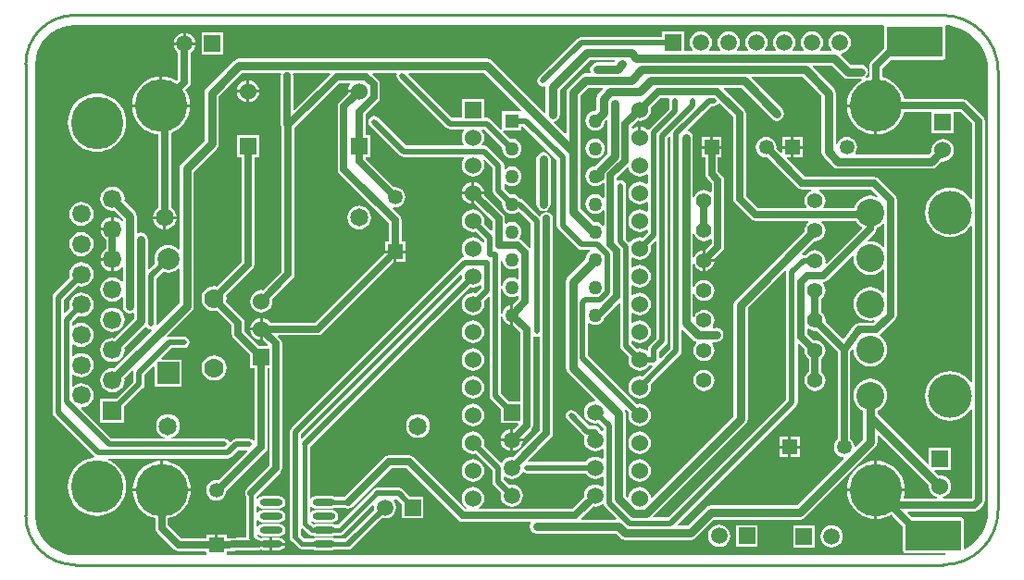
<source format=gtl>
G04*
G04 #@! TF.GenerationSoftware,Altium Limited,Altium Designer,20.0.13 (296)*
G04*
G04 Layer_Physical_Order=1*
G04 Layer_Color=255*
%FSLAX25Y25*%
%MOIN*%
G70*
G01*
G75*
%ADD11C,0.01000*%
%ADD17O,0.08268X0.02362*%
%ADD41C,0.03000*%
%ADD42C,0.02500*%
%ADD43C,0.02000*%
%ADD44C,0.01654*%
%ADD45R,0.19959X0.11062*%
%ADD46C,0.06496*%
%ADD47R,0.06000X0.06000*%
%ADD48C,0.06000*%
%ADD49R,0.05906X0.05906*%
%ADD50C,0.05906*%
%ADD51C,0.02000*%
%ADD52C,0.18898*%
%ADD53C,0.06653*%
%ADD54R,0.06653X0.06653*%
%ADD55R,0.06000X0.06000*%
%ADD56C,0.07000*%
%ADD57R,0.05000X0.05000*%
%ADD58C,0.05000*%
%ADD59C,0.05512*%
%ADD60C,0.05315*%
%ADD61R,0.05315X0.05315*%
%ADD62C,0.15748*%
%ADD63C,0.10000*%
%ADD64C,0.07874*%
%ADD65R,0.07874X0.07874*%
%ADD66R,0.05315X0.05315*%
G36*
X308974Y194086D02*
Y186108D01*
X304427Y181561D01*
X303930Y180816D01*
X303755Y179939D01*
Y175692D01*
X302810Y175465D01*
X302694Y175417D01*
X302457Y175860D01*
X302474Y175871D01*
X303027Y176698D01*
X303221Y177674D01*
X303027Y178649D01*
X302474Y179476D01*
X301647Y180028D01*
X300672Y180223D01*
X297082D01*
X293450Y183855D01*
X293611Y184328D01*
X294077Y184390D01*
X295039Y184788D01*
X295865Y185422D01*
X296498Y186247D01*
X296896Y187209D01*
X297032Y188241D01*
X296896Y189273D01*
X296498Y190234D01*
X295865Y191060D01*
X295039Y191693D01*
X294077Y192092D01*
X293045Y192228D01*
X292014Y192092D01*
X291052Y191693D01*
X290226Y191060D01*
X289593Y190234D01*
X289194Y189273D01*
X289058Y188241D01*
X289194Y187209D01*
X289593Y186247D01*
X290119Y185561D01*
X289926Y185061D01*
X286164D01*
X285972Y185561D01*
X286498Y186247D01*
X286896Y187209D01*
X287032Y188241D01*
X286896Y189273D01*
X286498Y190234D01*
X285864Y191060D01*
X285039Y191693D01*
X284077Y192092D01*
X283045Y192228D01*
X282014Y192092D01*
X281052Y191693D01*
X280226Y191060D01*
X279593Y190234D01*
X279194Y189273D01*
X279059Y188241D01*
X279194Y187209D01*
X279593Y186247D01*
X280119Y185561D01*
X279926Y185061D01*
X276164D01*
X275972Y185561D01*
X276498Y186247D01*
X276896Y187209D01*
X277032Y188241D01*
X276896Y189273D01*
X276498Y190234D01*
X275865Y191060D01*
X275039Y191693D01*
X274077Y192092D01*
X273045Y192228D01*
X272013Y192092D01*
X271052Y191693D01*
X270226Y191060D01*
X269593Y190234D01*
X269194Y189273D01*
X269058Y188241D01*
X269194Y187209D01*
X269593Y186247D01*
X270119Y185561D01*
X269926Y185061D01*
X266164D01*
X265972Y185561D01*
X266498Y186247D01*
X266896Y187209D01*
X267032Y188241D01*
X266896Y189273D01*
X266498Y190234D01*
X265864Y191060D01*
X265039Y191693D01*
X264077Y192092D01*
X263045Y192228D01*
X262014Y192092D01*
X261052Y191693D01*
X260226Y191060D01*
X259593Y190234D01*
X259194Y189273D01*
X259058Y188241D01*
X259194Y187209D01*
X259593Y186247D01*
X260119Y185561D01*
X259926Y185061D01*
X256164D01*
X255972Y185561D01*
X256498Y186247D01*
X256896Y187209D01*
X257032Y188241D01*
X256896Y189273D01*
X256498Y190234D01*
X255865Y191060D01*
X255039Y191693D01*
X254077Y192092D01*
X253045Y192228D01*
X252013Y192092D01*
X251052Y191693D01*
X250226Y191060D01*
X249593Y190234D01*
X249194Y189273D01*
X249059Y188241D01*
X249194Y187209D01*
X249593Y186247D01*
X250119Y185561D01*
X249926Y185061D01*
X246164D01*
X245972Y185561D01*
X246498Y186247D01*
X246896Y187209D01*
X247032Y188241D01*
X246896Y189273D01*
X246498Y190234D01*
X245865Y191060D01*
X245039Y191693D01*
X244077Y192092D01*
X243045Y192228D01*
X242014Y192092D01*
X241052Y191693D01*
X240226Y191060D01*
X239593Y190234D01*
X239194Y189273D01*
X239058Y188241D01*
X239194Y187209D01*
X239593Y186247D01*
X240119Y185561D01*
X239926Y185061D01*
X236998D01*
Y192194D01*
X229093D01*
Y190280D01*
X200047D01*
X200047Y190280D01*
X199267Y190125D01*
X198606Y189683D01*
X198606Y189683D01*
X184757Y175834D01*
X184315Y175173D01*
X184160Y174392D01*
X184315Y173612D01*
X184757Y172951D01*
X185419Y172509D01*
X186199Y172353D01*
X186683Y172450D01*
X186870Y172344D01*
X187141Y172061D01*
Y163117D01*
X186679Y162926D01*
X167993Y181612D01*
X167166Y182165D01*
X166190Y182359D01*
X76710D01*
X75734Y182165D01*
X74907Y181612D01*
X65098Y171802D01*
X64545Y170975D01*
X64351Y170000D01*
Y152756D01*
X56098Y144502D01*
X55545Y143675D01*
X55351Y142700D01*
Y113797D01*
X54878Y113636D01*
X54783Y113759D01*
X53752Y114550D01*
X52551Y115048D01*
X51262Y115217D01*
X49973Y115048D01*
X48772Y114550D01*
X47741Y113759D01*
X46950Y112728D01*
X46452Y111527D01*
X46283Y110238D01*
X46452Y108949D01*
X46639Y108498D01*
X44521Y106381D01*
X44060Y106572D01*
Y117156D01*
X43866Y118132D01*
X43313Y118959D01*
X42486Y119511D01*
X41511Y119705D01*
X40551Y119514D01*
X40461Y119502D01*
X40051Y119777D01*
Y125612D01*
X39857Y126588D01*
X39304Y127415D01*
X35468Y131251D01*
X35556Y131922D01*
X35408Y133052D01*
X34972Y134104D01*
X34278Y135008D01*
X33374Y135702D01*
X32322Y136138D01*
X31192Y136286D01*
X30063Y136138D01*
X29010Y135702D01*
X28106Y135008D01*
X27413Y134104D01*
X26977Y133052D01*
X26828Y131922D01*
X26977Y130793D01*
X27413Y129740D01*
X28106Y128836D01*
X29010Y128143D01*
X30063Y127707D01*
X31192Y127558D01*
X31863Y127646D01*
X34953Y124557D01*
Y124001D01*
X34479Y123840D01*
X34278Y124103D01*
X33374Y124796D01*
X32322Y125232D01*
X31692Y125315D01*
Y121017D01*
X31192D01*
Y120517D01*
X26894D01*
X26977Y119887D01*
X27413Y118835D01*
X28106Y117931D01*
X28898Y117323D01*
Y113805D01*
X28106Y113197D01*
X27413Y112293D01*
X26977Y111241D01*
X26894Y110611D01*
X31192D01*
Y110111D01*
X31692D01*
Y105813D01*
X32322Y105896D01*
X33374Y106332D01*
X34278Y107025D01*
X34479Y107288D01*
X34953Y107127D01*
Y102190D01*
X34479Y102029D01*
X34278Y102292D01*
X33374Y102985D01*
X32322Y103421D01*
X31192Y103570D01*
X30063Y103421D01*
X29010Y102985D01*
X28106Y102292D01*
X27413Y101388D01*
X26977Y100335D01*
X26828Y99206D01*
X26977Y98076D01*
X27413Y97024D01*
X28106Y96120D01*
X29010Y95426D01*
X30063Y94990D01*
X31192Y94842D01*
X32322Y94990D01*
X33374Y95426D01*
X34278Y96120D01*
X34479Y96382D01*
X34953Y96222D01*
Y93077D01*
X35147Y92102D01*
X35699Y91275D01*
X36527Y90722D01*
X37502Y90528D01*
X38462Y90719D01*
X38551Y90732D01*
X38962Y90456D01*
Y88769D01*
X31863Y81670D01*
X31192Y81759D01*
X30063Y81610D01*
X29010Y81174D01*
X28106Y80480D01*
X27413Y79577D01*
X26977Y78524D01*
X26828Y77395D01*
X26977Y76265D01*
X27413Y75213D01*
X28106Y74309D01*
X29010Y73615D01*
X30063Y73179D01*
X31192Y73031D01*
X32322Y73179D01*
X33374Y73615D01*
X34278Y74309D01*
X34972Y75213D01*
X35408Y76265D01*
X35556Y77395D01*
X35468Y78066D01*
X43025Y85622D01*
X43522Y85573D01*
X43639Y85399D01*
X44300Y84957D01*
X45081Y84801D01*
X45220Y84829D01*
X45466Y84368D01*
X31863Y70765D01*
X31192Y70853D01*
X30063Y70705D01*
X29010Y70269D01*
X28106Y69575D01*
X27413Y68671D01*
X26977Y67619D01*
X26828Y66489D01*
X26977Y65360D01*
X27413Y64307D01*
X28106Y63403D01*
X29010Y62710D01*
X30063Y62274D01*
X31192Y62125D01*
X32322Y62274D01*
X33374Y62710D01*
X34278Y63403D01*
X34972Y64307D01*
X35408Y65360D01*
X35556Y66489D01*
X35468Y67160D01*
X38327Y70019D01*
X38788Y69773D01*
X38676Y69213D01*
Y65952D01*
X32635Y59911D01*
X26865D01*
Y51257D01*
X35519D01*
Y57027D01*
X42158Y63665D01*
X42600Y64327D01*
X42755Y65107D01*
Y68368D01*
X45863Y71476D01*
X46325Y71285D01*
Y64120D01*
X56199D01*
Y73994D01*
X49034D01*
X48843Y74456D01*
X52518Y78131D01*
X56890D01*
X57670Y78286D01*
X58332Y78728D01*
X58774Y79390D01*
X58929Y80170D01*
X58774Y80951D01*
X58332Y81612D01*
X57670Y82054D01*
X56890Y82210D01*
X51673D01*
X51113Y82098D01*
X50867Y82559D01*
X59702Y91395D01*
X60255Y92221D01*
X60449Y93197D01*
Y141644D01*
X68702Y149898D01*
X69255Y150724D01*
X69449Y151700D01*
Y168944D01*
X77766Y177261D01*
X91589D01*
X91894Y176761D01*
X91754Y176060D01*
Y158826D01*
X91929Y157948D01*
X92206Y157533D01*
Y105650D01*
X85498Y98943D01*
X84800Y99035D01*
X83756Y98897D01*
X82783Y98494D01*
X81947Y97853D01*
X81306Y97018D01*
X80903Y96044D01*
X80765Y95000D01*
X80903Y93956D01*
X81306Y92983D01*
X81947Y92147D01*
X82783Y91506D01*
X83756Y91103D01*
X84800Y90966D01*
X85844Y91103D01*
X86817Y91506D01*
X87653Y92147D01*
X88294Y92983D01*
X88697Y93956D01*
X88835Y95000D01*
X88743Y95698D01*
X96122Y103078D01*
X96619Y103822D01*
X96794Y104700D01*
Y157424D01*
X112993Y173623D01*
X116596D01*
X116843Y173123D01*
X116506Y172684D01*
X116103Y171711D01*
X116031Y171167D01*
X120000D01*
Y170167D01*
X116031D01*
X116057Y169969D01*
X112930Y166841D01*
X112433Y166097D01*
X112258Y165219D01*
Y142548D01*
X112433Y141670D01*
X112930Y140926D01*
X130652Y123204D01*
Y116396D01*
X129288D01*
Y113238D01*
X132946D01*
X136603D01*
Y116396D01*
X135240D01*
Y124154D01*
X135065Y125032D01*
X134568Y125776D01*
X131988Y128356D01*
X132222Y128830D01*
X132946Y128734D01*
X133901Y128860D01*
X134791Y129229D01*
X135555Y129815D01*
X136141Y130579D01*
X136509Y131469D01*
X136635Y132423D01*
X136509Y133378D01*
X136141Y134268D01*
X135555Y135032D01*
X134791Y135618D01*
X133901Y135987D01*
X132946Y136112D01*
X132553Y136061D01*
X122294Y146320D01*
Y146982D01*
X124000D01*
Y154982D01*
X122294D01*
Y162292D01*
X126872Y166870D01*
X127369Y167614D01*
X127544Y168492D01*
Y173167D01*
X127369Y174045D01*
X126872Y174789D01*
X124862Y176799D01*
X125054Y177261D01*
X133331D01*
X133632Y176761D01*
X133511Y176150D01*
X133666Y175370D01*
X134108Y174708D01*
X151258Y157558D01*
X151920Y157116D01*
X152700Y156961D01*
X157600D01*
X157846Y156461D01*
X157506Y156017D01*
X157103Y155044D01*
X156965Y154000D01*
X157103Y152956D01*
X157506Y151983D01*
X157846Y151539D01*
X157600Y151039D01*
X136945D01*
X126868Y161116D01*
X126207Y161558D01*
X125426Y161713D01*
X124646Y161558D01*
X123984Y161116D01*
X123542Y160454D01*
X123387Y159674D01*
X123542Y158893D01*
X123984Y158232D01*
X134658Y147558D01*
X135320Y147116D01*
X136100Y146961D01*
X157600D01*
X157846Y146461D01*
X157506Y146017D01*
X157103Y145044D01*
X156965Y144000D01*
X157103Y142956D01*
X157506Y141983D01*
X158147Y141147D01*
X158983Y140506D01*
X159956Y140103D01*
X161000Y139965D01*
X162044Y140103D01*
X163017Y140506D01*
X163853Y141147D01*
X164494Y141983D01*
X164897Y142956D01*
X165034Y144000D01*
X164897Y145044D01*
X164566Y145843D01*
X164990Y146126D01*
X168161Y142955D01*
Y134800D01*
X168316Y134020D01*
X168758Y133358D01*
X171545Y130571D01*
X171470Y130000D01*
X171590Y129086D01*
X171943Y128235D01*
X172504Y127504D01*
X173235Y126943D01*
X174086Y126590D01*
X175000Y126470D01*
X175914Y126590D01*
X176765Y126943D01*
X177392Y127424D01*
X181861Y122955D01*
Y114252D01*
X181483Y114137D01*
X181361Y114134D01*
X178622Y116872D01*
X177974Y117305D01*
X177834Y117656D01*
X177797Y117895D01*
X178057Y118235D01*
X178410Y119086D01*
X178530Y120000D01*
X178410Y120914D01*
X178057Y121765D01*
X177496Y122496D01*
X176765Y123057D01*
X175914Y123410D01*
X175000Y123530D01*
X174086Y123410D01*
X173235Y123057D01*
X172993Y122871D01*
X172544Y123092D01*
Y124750D01*
X172370Y125628D01*
X171872Y126372D01*
X164943Y133302D01*
X164969Y133500D01*
X161500D01*
Y130031D01*
X161698Y130057D01*
X167956Y123800D01*
Y120581D01*
X167494Y120390D01*
X164901Y122983D01*
X165034Y124000D01*
X164897Y125044D01*
X164494Y126017D01*
X163853Y126853D01*
X163017Y127494D01*
X162044Y127897D01*
X161000Y128034D01*
X159956Y127897D01*
X158983Y127494D01*
X158147Y126853D01*
X157506Y126017D01*
X157103Y125044D01*
X156965Y124000D01*
X157103Y122956D01*
X157506Y121983D01*
X158147Y121147D01*
X158983Y120506D01*
X159956Y120103D01*
X161000Y119966D01*
X162017Y120099D01*
X164961Y117155D01*
Y116411D01*
X164865Y116336D01*
X164187Y116417D01*
X163853Y116853D01*
X163017Y117494D01*
X162044Y117897D01*
X161000Y118035D01*
X159956Y117897D01*
X158983Y117494D01*
X158147Y116853D01*
X157506Y116017D01*
X157103Y115044D01*
X156965Y114000D01*
X157103Y112956D01*
X157506Y111983D01*
X157887Y111487D01*
X157679Y110936D01*
X157420Y110884D01*
X156758Y110442D01*
X95558Y49242D01*
X95116Y48580D01*
X94961Y47800D01*
Y10000D01*
X95116Y9220D01*
X95558Y8558D01*
X96220Y8116D01*
X96257Y8108D01*
X98183Y6183D01*
X98787Y5779D01*
X99500Y5637D01*
X103245D01*
X103533Y5446D01*
X104384Y5276D01*
X110289D01*
X111140Y5446D01*
X111428Y5637D01*
X115247D01*
X115279Y5616D01*
X116059Y5461D01*
X116840Y5616D01*
X117501Y6058D01*
X128266Y16823D01*
X129241Y16695D01*
X130273Y16831D01*
X131234Y17229D01*
X132060Y17863D01*
X132694Y18688D01*
X133092Y19650D01*
X133228Y20682D01*
X133092Y21714D01*
X132694Y22675D01*
X132321Y23161D01*
X132568Y23661D01*
X133378D01*
X135288Y21751D01*
Y16729D01*
X143194D01*
Y24634D01*
X138172D01*
X135665Y27142D01*
X135003Y27584D01*
X134223Y27739D01*
X126400D01*
X125620Y27584D01*
X124958Y27142D01*
X124516Y26480D01*
X124509Y26443D01*
X112428Y14363D01*
X111428D01*
X111140Y14555D01*
X110289Y14724D01*
X104384D01*
X103533Y14555D01*
X103501Y14533D01*
X102604Y15430D01*
X102612Y15460D01*
X103182Y15680D01*
X103533Y15445D01*
X104384Y15276D01*
X110289D01*
X111140Y15445D01*
X111862Y15927D01*
X112344Y16649D01*
X112513Y17500D01*
X112344Y18351D01*
X111862Y19072D01*
X111140Y19555D01*
X110289Y19724D01*
X104384D01*
X103533Y19555D01*
X102811Y19072D01*
X102763Y19000D01*
X102263Y19151D01*
Y20849D01*
X102763Y21001D01*
X102811Y20928D01*
X103533Y20445D01*
X104384Y20276D01*
X110289D01*
X111140Y20445D01*
X111428Y20637D01*
X114738D01*
X115122Y20380D01*
X116000Y20206D01*
X116878Y20380D01*
X117622Y20878D01*
X131650Y34906D01*
X136950D01*
X155678Y16178D01*
X156422Y15680D01*
X157300Y15506D01*
X181572D01*
X181808Y15065D01*
X181594Y14744D01*
X181400Y13769D01*
X181594Y12794D01*
X182146Y11967D01*
X182973Y11414D01*
X183949Y11220D01*
X212497D01*
X214020Y9697D01*
X214432Y9423D01*
X214847Y9145D01*
X214847Y9145D01*
X214847Y9145D01*
X215314Y9052D01*
X215822Y8951D01*
X239300D01*
X240276Y9145D01*
X241102Y9698D01*
X247756Y16351D01*
X278700D01*
X279676Y16545D01*
X280502Y17098D01*
X305852Y42447D01*
X306404Y43274D01*
X306598Y44249D01*
Y46547D01*
X307060Y46739D01*
X325134Y28664D01*
X325084Y28285D01*
X325222Y27241D01*
X325625Y26267D01*
X326266Y25432D01*
X327102Y24791D01*
X328075Y24388D01*
X328006Y23894D01*
X316449D01*
X316140Y24287D01*
X316401Y25376D01*
X316491Y26516D01*
X306549D01*
Y16574D01*
X307689Y16664D01*
X309288Y17048D01*
X310807Y17677D01*
X311636Y18185D01*
X312143Y17678D01*
X312172Y17659D01*
X315821Y14010D01*
Y5091D01*
X315898Y4700D01*
X316119Y4370D01*
X316450Y4149D01*
X316840Y4071D01*
X331159D01*
X331176Y3571D01*
X330401Y3520D01*
X330325Y3530D01*
X72775D01*
X72276Y3533D01*
X72276Y5010D01*
X78545Y5206D01*
X83700D01*
X84578Y5381D01*
X84621Y5409D01*
X85289Y5276D01*
X87742D01*
Y7500D01*
Y9724D01*
X85289D01*
X84621Y9591D01*
X84578Y9619D01*
X84124Y9710D01*
X83283Y10551D01*
X83307Y10646D01*
X83406Y10714D01*
X83867Y10827D01*
X84438Y10445D01*
X85289Y10276D01*
X91195D01*
X92046Y10445D01*
X92767Y10927D01*
X93249Y11649D01*
X93419Y12500D01*
X93249Y13351D01*
X92767Y14073D01*
X92046Y14555D01*
X91195Y14724D01*
X85289D01*
X84438Y14555D01*
X83717Y14073D01*
X83563Y13841D01*
X83063Y13993D01*
Y16007D01*
X83563Y16159D01*
X83717Y15927D01*
X84438Y15445D01*
X85289Y15276D01*
X91195D01*
X92046Y15445D01*
X92767Y15927D01*
X93249Y16649D01*
X93419Y17500D01*
X93249Y18351D01*
X92767Y19072D01*
X92046Y19555D01*
X91195Y19724D01*
X85289D01*
X84438Y19555D01*
X83717Y19072D01*
X83563Y18841D01*
X83063Y18993D01*
Y21007D01*
X83563Y21159D01*
X83717Y20928D01*
X84438Y20445D01*
X85289Y20276D01*
X91195D01*
X92046Y20445D01*
X92767Y20928D01*
X93249Y21649D01*
X93419Y22500D01*
X93249Y23351D01*
X92767Y24072D01*
X92046Y24555D01*
X91195Y24724D01*
X85289D01*
X84438Y24555D01*
X83717Y24072D01*
X83563Y23841D01*
X83063Y23993D01*
Y24618D01*
X91722Y33278D01*
X92219Y34022D01*
X92394Y34900D01*
Y79700D01*
X92219Y80578D01*
X91722Y81322D01*
X90800Y82244D01*
X90992Y82706D01*
X105208D01*
X106086Y82881D01*
X106830Y83378D01*
X132446Y108994D01*
Y112238D01*
X129202D01*
X104258Y87294D01*
X88082D01*
X87653Y87853D01*
X86817Y88494D01*
X85844Y88897D01*
X85300Y88969D01*
Y85000D01*
Y81032D01*
X85498Y81058D01*
X87094Y79462D01*
X86902Y79000D01*
X84044D01*
X78794Y84250D01*
Y87163D01*
X78619Y88041D01*
X78122Y88785D01*
X72153Y94755D01*
X72303Y95899D01*
X72153Y97043D01*
X81622Y106512D01*
X82119Y107256D01*
X82294Y108134D01*
Y146982D01*
X84000D01*
Y154982D01*
X76000D01*
Y146982D01*
X77706D01*
Y109085D01*
X68908Y100287D01*
X67764Y100438D01*
X66590Y100283D01*
X65495Y99830D01*
X64555Y99108D01*
X63834Y98168D01*
X63380Y97074D01*
X63226Y95899D01*
X63380Y94724D01*
X63834Y93629D01*
X64555Y92689D01*
X65495Y91968D01*
X66590Y91515D01*
X67764Y91360D01*
X68908Y91511D01*
X74206Y86213D01*
Y83300D01*
X74381Y82422D01*
X74878Y81678D01*
X80800Y75756D01*
Y71000D01*
X82506D01*
Y44874D01*
X82006Y44722D01*
X81954Y44800D01*
X81292Y45243D01*
X80512Y45398D01*
X75705D01*
X75705Y45398D01*
X75134Y45284D01*
X74925Y45243D01*
X74925Y45243D01*
X74925Y45243D01*
X74618Y45038D01*
X74263Y44800D01*
X74263Y44800D01*
X73803Y44340D01*
X73187Y44431D01*
X72926Y44822D01*
X72264Y45264D01*
X71484Y45419D01*
X52550D01*
X52451Y45919D01*
X53345Y46289D01*
X54232Y46970D01*
X54913Y47858D01*
X55341Y48891D01*
X55487Y50000D01*
X55341Y51109D01*
X54913Y52142D01*
X54232Y53030D01*
X53345Y53711D01*
X52311Y54139D01*
X51202Y54285D01*
X50093Y54139D01*
X49060Y53711D01*
X48173Y53030D01*
X47492Y52142D01*
X47063Y51109D01*
X46918Y50000D01*
X47063Y48891D01*
X47492Y47858D01*
X48173Y46970D01*
X49060Y46289D01*
X49953Y45919D01*
X49854Y45419D01*
X30765D01*
X19982Y56202D01*
X20195Y56696D01*
X21140Y56821D01*
X22193Y57257D01*
X23097Y57951D01*
X23790Y58854D01*
X24226Y59907D01*
X24375Y61036D01*
X24226Y62166D01*
X23790Y63218D01*
X23097Y64122D01*
X22193Y64816D01*
X21140Y65252D01*
X20011Y65400D01*
X18881Y65252D01*
X17829Y64816D01*
X17139Y64287D01*
X16639Y64533D01*
Y68445D01*
X17139Y68692D01*
X17829Y68163D01*
X18881Y67727D01*
X20011Y67578D01*
X21140Y67727D01*
X22193Y68163D01*
X23097Y68856D01*
X23790Y69760D01*
X24226Y70812D01*
X24375Y71942D01*
X24226Y73071D01*
X23790Y74124D01*
X23097Y75028D01*
X22193Y75721D01*
X21140Y76157D01*
X20011Y76306D01*
X18881Y76157D01*
X17829Y75721D01*
X17139Y75192D01*
X16639Y75439D01*
Y79351D01*
X17139Y79597D01*
X17829Y79068D01*
X18881Y78632D01*
X20011Y78483D01*
X21140Y78632D01*
X22193Y79068D01*
X23097Y79761D01*
X23790Y80665D01*
X24226Y81718D01*
X24375Y82847D01*
X24226Y83977D01*
X23790Y85029D01*
X23097Y85933D01*
X22193Y86627D01*
X21140Y87063D01*
X20011Y87212D01*
X18881Y87063D01*
X17829Y86627D01*
X17139Y86098D01*
X16639Y86344D01*
Y87497D01*
X18739Y89597D01*
X18881Y89538D01*
X20011Y89389D01*
X21140Y89538D01*
X22193Y89974D01*
X23097Y90667D01*
X23790Y91571D01*
X24226Y92624D01*
X24375Y93753D01*
X24226Y94883D01*
X23790Y95935D01*
X23097Y96839D01*
X22193Y97532D01*
X21140Y97968D01*
X20011Y98117D01*
X18881Y97968D01*
X17829Y97532D01*
X16925Y96839D01*
X16232Y95935D01*
X15796Y94883D01*
X15647Y93753D01*
X15796Y92624D01*
X15855Y92481D01*
X14101Y90727D01*
X13639Y90918D01*
Y95403D01*
X18739Y100502D01*
X18881Y100443D01*
X20011Y100294D01*
X21140Y100443D01*
X22193Y100879D01*
X23097Y101573D01*
X23790Y102476D01*
X24226Y103529D01*
X24375Y104658D01*
X24226Y105788D01*
X23790Y106840D01*
X23097Y107744D01*
X22193Y108438D01*
X21140Y108874D01*
X20011Y109022D01*
X18881Y108874D01*
X17829Y108438D01*
X16925Y107744D01*
X16232Y106840D01*
X15796Y105788D01*
X15647Y104658D01*
X15796Y103529D01*
X15855Y103386D01*
X10158Y97689D01*
X9716Y97028D01*
X9561Y96247D01*
Y55000D01*
X9716Y54220D01*
X10158Y53558D01*
X24646Y39070D01*
X24493Y38556D01*
X23962Y38515D01*
X22363Y38131D01*
X20843Y37501D01*
X19441Y36642D01*
X18190Y35574D01*
X17122Y34323D01*
X16263Y32921D01*
X15633Y31401D01*
X15249Y29802D01*
X15121Y28162D01*
X15249Y26523D01*
X15633Y24924D01*
X16263Y23404D01*
X17122Y22002D01*
X18190Y20751D01*
X19441Y19683D01*
X20843Y18824D01*
X22363Y18194D01*
X23962Y17810D01*
X25602Y17681D01*
X27241Y17810D01*
X28840Y18194D01*
X30360Y18824D01*
X31762Y19683D01*
X33013Y20751D01*
X34081Y22002D01*
X34940Y23404D01*
X35570Y24924D01*
X35954Y26523D01*
X36083Y28162D01*
X35954Y29802D01*
X35570Y31401D01*
X34940Y32921D01*
X34081Y34323D01*
X33013Y35574D01*
X31762Y36642D01*
X30360Y37501D01*
X29540Y37841D01*
X29639Y38341D01*
X72727D01*
X72727Y38341D01*
X72727Y38341D01*
X73089Y38413D01*
X73507Y38496D01*
X73507Y38496D01*
X73507Y38496D01*
X73840Y38718D01*
X74168Y38938D01*
X74168Y38938D01*
X74169Y38938D01*
X76550Y41319D01*
X79735D01*
X79927Y40857D01*
X69516Y30447D01*
X68618Y30565D01*
X67664Y30439D01*
X66774Y30071D01*
X66010Y29484D01*
X65424Y28720D01*
X65055Y27831D01*
X64929Y26876D01*
X65055Y25921D01*
X65424Y25031D01*
X66010Y24267D01*
X66774Y23681D01*
X67664Y23313D01*
X68618Y23187D01*
X69573Y23313D01*
X70463Y23681D01*
X71227Y24267D01*
X71813Y25031D01*
X72182Y25921D01*
X72288Y26731D01*
X86422Y40864D01*
X86919Y41609D01*
X87094Y42487D01*
Y71000D01*
X87806D01*
Y35850D01*
X79578Y27622D01*
X79081Y26878D01*
X78906Y26000D01*
X79081Y25122D01*
X79337Y24738D01*
Y10000D01*
X79168Y9794D01*
X78509D01*
X78474Y9787D01*
X78438Y9793D01*
X72635Y9612D01*
X72276Y9960D01*
Y10848D01*
X69118D01*
Y7191D01*
X68118D01*
Y10848D01*
X64961D01*
Y9485D01*
X55950D01*
X51213Y14222D01*
Y16821D01*
X52158Y17048D01*
X53677Y17677D01*
X55080Y18537D01*
X56331Y19605D01*
X57399Y20855D01*
X58258Y22258D01*
X58887Y23777D01*
X59271Y25376D01*
X59361Y26516D01*
X48919D01*
X38477D01*
X38567Y25376D01*
X38951Y23777D01*
X39580Y22258D01*
X40440Y20855D01*
X41508Y19605D01*
X42759Y18537D01*
X44161Y17677D01*
X45680Y17048D01*
X46625Y16821D01*
Y13272D01*
X46800Y12394D01*
X47297Y11649D01*
X53378Y5569D01*
X54122Y5071D01*
X55000Y4897D01*
X64607D01*
X64961Y4543D01*
X64961Y3533D01*
X64462Y3530D01*
X17717D01*
X17717Y3530D01*
X17717Y3530D01*
X17223Y3545D01*
X15493Y3681D01*
X13325Y4202D01*
X11265Y5055D01*
X9364Y6220D01*
X7668Y7668D01*
X6220Y9364D01*
X5055Y11265D01*
X4202Y13325D01*
X3681Y15493D01*
X3545Y17222D01*
X3530Y17716D01*
X3530Y17717D01*
X3530Y17717D01*
Y180413D01*
X3515Y180526D01*
X3680Y182621D01*
X4197Y184774D01*
X5045Y186820D01*
X6202Y188709D01*
X7640Y190393D01*
X9324Y191831D01*
X11212Y192988D01*
X13258Y193836D01*
X15412Y194353D01*
X17126Y194488D01*
X17619Y194503D01*
Y194503D01*
X17621Y194503D01*
X308547D01*
X308974Y194086D01*
D02*
G37*
G36*
X109681Y176799D02*
X96804Y163922D01*
X96342Y164114D01*
Y176060D01*
X96203Y176761D01*
X96507Y177261D01*
X109490D01*
X109681Y176799D01*
D02*
G37*
G36*
X231662Y167774D02*
X231571Y167318D01*
Y164230D01*
X224558Y157217D01*
X224393Y156970D01*
X224098Y156906D01*
X223761Y156923D01*
X223017Y157494D01*
X222044Y157897D01*
X221500Y157969D01*
Y154000D01*
X220500D01*
Y157969D01*
X219956Y157897D01*
X218983Y157494D01*
X218584Y157188D01*
X218137Y157396D01*
X218091Y157847D01*
X220302Y160057D01*
X221000Y159966D01*
X222044Y160103D01*
X223017Y160506D01*
X223853Y161147D01*
X224494Y161983D01*
X224897Y162956D01*
X225034Y164000D01*
X224943Y164698D01*
X228518Y168274D01*
X231288D01*
X231662Y167774D01*
D02*
G37*
G36*
X178395Y164000D02*
X178188Y163500D01*
X171500D01*
Y157091D01*
X171000Y156884D01*
X167442Y160442D01*
X166780Y160884D01*
X166000Y161039D01*
X165000D01*
Y168000D01*
X157000D01*
Y161039D01*
X153545D01*
X137785Y176799D01*
X137976Y177261D01*
X165134D01*
X178395Y164000D01*
D02*
G37*
G36*
X212228Y181433D02*
X211844Y181049D01*
X205700D01*
X204725Y180855D01*
X203898Y180302D01*
X203345Y179475D01*
X203151Y178500D01*
X203340Y177549D01*
X203345Y177461D01*
X203088Y177049D01*
X201500D01*
X200524Y176855D01*
X199698Y176302D01*
X195398Y172002D01*
X194845Y171176D01*
X194651Y170200D01*
Y155607D01*
X194189Y155416D01*
X190210Y159395D01*
X190355Y159874D01*
X190666Y159935D01*
X191493Y160488D01*
X192045Y161315D01*
X192239Y162290D01*
Y171134D01*
X203000Y181895D01*
X212037D01*
X212228Y181433D01*
D02*
G37*
G36*
X191195Y145885D02*
Y122266D01*
X191350Y121485D01*
X191793Y120824D01*
X198558Y114058D01*
X199220Y113616D01*
X200000Y113461D01*
X200000Y113461D01*
X202956D01*
X203109Y112961D01*
X202504Y112496D01*
X201943Y111765D01*
X201590Y110914D01*
X201481Y110086D01*
X195198Y103802D01*
X194645Y102975D01*
X194451Y102000D01*
Y71000D01*
X194645Y70025D01*
X195198Y69198D01*
X204915Y59480D01*
X204736Y58952D01*
X203968Y58851D01*
X203007Y58453D01*
X202181Y57819D01*
X201547Y56993D01*
X201149Y56032D01*
X201013Y55000D01*
X201149Y53968D01*
X201547Y53007D01*
X202181Y52181D01*
X203007Y51547D01*
X203968Y51149D01*
X205000Y51013D01*
X205975Y51142D01*
X207914Y49202D01*
Y48377D01*
X207414Y48130D01*
X206993Y48453D01*
X206945Y48473D01*
X206884Y48780D01*
X206442Y49442D01*
X205780Y49884D01*
X205000Y50039D01*
X203045D01*
X197842Y55242D01*
X197180Y55684D01*
X196400Y55839D01*
X195620Y55684D01*
X194958Y55242D01*
X194516Y54580D01*
X194361Y53800D01*
X194516Y53020D01*
X194958Y52358D01*
X200758Y46558D01*
X201235Y46239D01*
X201149Y46032D01*
X201013Y45000D01*
X201149Y43968D01*
X201547Y43007D01*
X202181Y42181D01*
X203007Y41547D01*
X203968Y41149D01*
X205000Y41013D01*
X206032Y41149D01*
X206993Y41547D01*
X207414Y41870D01*
X207914Y41623D01*
Y38377D01*
X207414Y38130D01*
X206993Y38453D01*
X206032Y38851D01*
X205000Y38987D01*
X203968Y38851D01*
X203007Y38453D01*
X202181Y37819D01*
X201582Y37039D01*
X180991D01*
X180783Y37539D01*
X189122Y45878D01*
X189620Y46622D01*
X189794Y47500D01*
Y124750D01*
X189620Y125628D01*
X189122Y126372D01*
X188378Y126869D01*
X187500Y127044D01*
X186622Y126869D01*
X185878Y126372D01*
X185494Y125797D01*
X184917Y125667D01*
X179142Y131442D01*
X178480Y131884D01*
X177873Y132005D01*
X177496Y132496D01*
X176765Y133057D01*
X175914Y133410D01*
X175000Y133530D01*
X174429Y133455D01*
X172239Y135645D01*
Y137077D01*
X172739Y137323D01*
X173235Y136943D01*
X174086Y136590D01*
X175000Y136470D01*
X175914Y136590D01*
X176765Y136943D01*
X177496Y137504D01*
X178057Y138235D01*
X178410Y139086D01*
X178530Y140000D01*
X178410Y140914D01*
X178057Y141765D01*
X177496Y142496D01*
X176765Y143057D01*
X175914Y143410D01*
X175000Y143530D01*
X174086Y143410D01*
X173235Y143057D01*
X172739Y142677D01*
X172239Y142923D01*
Y143800D01*
X172084Y144580D01*
X171642Y145242D01*
X166442Y150442D01*
X165780Y150884D01*
X165000Y151039D01*
X164400D01*
X164154Y151539D01*
X164494Y151983D01*
X164897Y152956D01*
X165034Y154000D01*
X164897Y155044D01*
X164494Y156017D01*
X164154Y156461D01*
X164400Y156961D01*
X165155D01*
X171545Y150571D01*
X171470Y150000D01*
X171590Y149086D01*
X171943Y148235D01*
X172504Y147504D01*
X173235Y146943D01*
X174086Y146590D01*
X175000Y146470D01*
X175914Y146590D01*
X176765Y146943D01*
X177496Y147504D01*
X178057Y148235D01*
X178410Y149086D01*
X178530Y150000D01*
X178410Y150914D01*
X178057Y151765D01*
X177496Y152496D01*
X176765Y153057D01*
X175914Y153410D01*
X175000Y153530D01*
X174429Y153455D01*
X171884Y156000D01*
X172091Y156500D01*
X178500D01*
Y157961D01*
X179120D01*
X191195Y145885D01*
D02*
G37*
G36*
X294224Y175871D02*
X295051Y175319D01*
X296026Y175125D01*
X300672D01*
X300870Y175164D01*
X301055Y174691D01*
X299888Y173976D01*
X298638Y172908D01*
X297570Y171657D01*
X296710Y170255D01*
X296081Y168736D01*
X295697Y167136D01*
X295607Y165997D01*
X306049D01*
Y165497D01*
X306549D01*
Y155055D01*
X307689Y155145D01*
X309288Y155529D01*
X310807Y156158D01*
X312210Y157017D01*
X313460Y158086D01*
X314529Y159336D01*
X315388Y160739D01*
X316017Y162258D01*
X316244Y163203D01*
X326180D01*
Y155378D01*
X334180D01*
Y163203D01*
X336553D01*
X340706Y159050D01*
Y132043D01*
X340221Y131922D01*
X340204Y131954D01*
X339095Y133305D01*
X337744Y134414D01*
X336202Y135238D01*
X334529Y135746D01*
X332790Y135917D01*
X331050Y135746D01*
X329377Y135238D01*
X327836Y134414D01*
X326484Y133305D01*
X325375Y131954D01*
X324551Y130412D01*
X324044Y128740D01*
X323873Y127000D01*
X324044Y125260D01*
X324551Y123588D01*
X325375Y122046D01*
X326484Y120695D01*
X327836Y119586D01*
X329377Y118762D01*
X331050Y118254D01*
X332790Y118083D01*
X334529Y118254D01*
X336202Y118762D01*
X337744Y119586D01*
X339095Y120695D01*
X340204Y122046D01*
X340221Y122078D01*
X340706Y121957D01*
Y65902D01*
X340221Y65780D01*
X340204Y65812D01*
X339095Y67163D01*
X337744Y68272D01*
X336202Y69096D01*
X334529Y69604D01*
X332790Y69775D01*
X331050Y69604D01*
X329377Y69096D01*
X327836Y68272D01*
X326484Y67163D01*
X325375Y65812D01*
X324551Y64271D01*
X324044Y62598D01*
X323873Y60858D01*
X324044Y59119D01*
X324551Y57446D01*
X325375Y55904D01*
X326484Y54553D01*
X327836Y53444D01*
X329377Y52620D01*
X331050Y52113D01*
X332790Y51941D01*
X334529Y52113D01*
X336202Y52620D01*
X337744Y53444D01*
X339095Y54553D01*
X340204Y55904D01*
X340221Y55936D01*
X340706Y55815D01*
Y24015D01*
X340585Y23894D01*
X330232D01*
X330163Y24388D01*
X331136Y24791D01*
X331972Y25432D01*
X332613Y26267D01*
X333016Y27241D01*
X333154Y28285D01*
X333016Y29329D01*
X332613Y30302D01*
X331972Y31138D01*
X331136Y31779D01*
X330163Y32182D01*
X329119Y32319D01*
X328739Y32269D01*
X327186Y33823D01*
X327377Y34285D01*
X333119D01*
Y42285D01*
X325119D01*
Y36543D01*
X324657Y36351D01*
X306598Y54410D01*
Y55559D01*
X307399Y55987D01*
X308313Y56737D01*
X309062Y57651D01*
X309619Y58693D01*
X309963Y59824D01*
X310078Y61000D01*
X309963Y62176D01*
X309619Y63307D01*
X309062Y64350D01*
X308313Y65263D01*
X307399Y66013D01*
X306357Y66570D01*
X305226Y66913D01*
X304049Y67029D01*
X302873Y66913D01*
X301742Y66570D01*
X300700Y66013D01*
X299786Y65263D01*
X299036Y64350D01*
X298479Y63307D01*
X298136Y62176D01*
X298020Y61000D01*
X298136Y59824D01*
X298479Y58693D01*
X299036Y57651D01*
X299786Y56737D01*
X300700Y55987D01*
X301500Y55559D01*
Y53354D01*
Y45305D01*
X298775Y42580D01*
X298247Y42759D01*
X298154Y43466D01*
X297786Y44355D01*
X297199Y45119D01*
X296885Y45361D01*
Y76884D01*
X297565Y77780D01*
X298030Y77598D01*
X298020Y77500D01*
X298136Y76324D01*
X298479Y75193D01*
X299036Y74151D01*
X299786Y73237D01*
X300700Y72487D01*
X301742Y71930D01*
X302873Y71587D01*
X304049Y71471D01*
X305226Y71587D01*
X306357Y71930D01*
X307399Y72487D01*
X308313Y73237D01*
X309062Y74151D01*
X309619Y75193D01*
X309963Y76324D01*
X310078Y77500D01*
X309963Y78676D01*
X309619Y79807D01*
X309062Y80849D01*
X308313Y81763D01*
X307503Y82427D01*
X307437Y82984D01*
X307713Y83169D01*
X312922Y88378D01*
X313420Y89122D01*
X313594Y90000D01*
Y131600D01*
X313420Y132478D01*
X312922Y133222D01*
X306972Y139172D01*
X306228Y139670D01*
X305350Y139844D01*
X280455D01*
X273938Y146361D01*
X274129Y146823D01*
X275442D01*
Y149980D01*
X272284D01*
Y148668D01*
X271822Y148477D01*
X270212Y150087D01*
X270263Y150480D01*
X270138Y151435D01*
X269769Y152325D01*
X269183Y153089D01*
X268419Y153675D01*
X267529Y154044D01*
X266574Y154169D01*
X265619Y154044D01*
X264730Y153675D01*
X263966Y153089D01*
X263379Y152325D01*
X263011Y151435D01*
X262885Y150480D01*
X263011Y149526D01*
X263379Y148636D01*
X263966Y147872D01*
X264730Y147286D01*
X265619Y146917D01*
X266574Y146791D01*
X266967Y146843D01*
X277882Y135928D01*
X278627Y135431D01*
X279505Y135256D01*
X282777D01*
X282876Y134756D01*
X282298Y134516D01*
X281513Y133914D01*
X280911Y133130D01*
X280533Y132216D01*
X280404Y131236D01*
X280533Y130255D01*
X280911Y129341D01*
X281178Y128994D01*
X280931Y128494D01*
X263750D01*
X259294Y132950D01*
Y162420D01*
X259120Y163298D01*
X258622Y164042D01*
X251300Y171364D01*
X251492Y171826D01*
X257569D01*
X268698Y160698D01*
X269525Y160145D01*
X270500Y159951D01*
X271476Y160145D01*
X272302Y160698D01*
X272855Y161524D01*
X273049Y162500D01*
X272855Y163476D01*
X272302Y164302D01*
X261241Y175364D01*
X261432Y175826D01*
X279669D01*
X286551Y168944D01*
Y148700D01*
X286745Y147724D01*
X287298Y146898D01*
X290698Y143498D01*
X291525Y142945D01*
X292500Y142751D01*
X326102D01*
X327077Y142945D01*
X327904Y143498D01*
X329801Y145394D01*
X330180Y145344D01*
X331224Y145481D01*
X332197Y145884D01*
X333033Y146526D01*
X333674Y147361D01*
X334077Y148334D01*
X334215Y149378D01*
X334077Y150423D01*
X333674Y151396D01*
X333033Y152231D01*
X332197Y152872D01*
X331224Y153276D01*
X330180Y153413D01*
X329136Y153276D01*
X328163Y152872D01*
X327327Y152231D01*
X326686Y151396D01*
X326283Y150423D01*
X326146Y149378D01*
X326196Y148999D01*
X325046Y147849D01*
X298848D01*
X298601Y148349D01*
X298821Y148636D01*
X299190Y149526D01*
X299316Y150480D01*
X299190Y151435D01*
X298821Y152325D01*
X298235Y153089D01*
X297471Y153675D01*
X296581Y154044D01*
X295627Y154169D01*
X294672Y154044D01*
X293782Y153675D01*
X293018Y153089D01*
X292432Y152325D01*
X292149Y151642D01*
X291649Y151742D01*
Y170000D01*
X291455Y170975D01*
X290902Y171802D01*
X283203Y179501D01*
X283395Y179963D01*
X290132D01*
X294224Y175871D01*
D02*
G37*
G36*
X217089Y143063D02*
X217103Y142956D01*
X217506Y141983D01*
X218147Y141147D01*
X218983Y140506D01*
X219956Y140103D01*
X221000Y139965D01*
X222044Y140103D01*
X223017Y140506D01*
X223461Y140846D01*
X223961Y140600D01*
Y137400D01*
X223461Y137154D01*
X223017Y137494D01*
X222044Y137897D01*
X221000Y138034D01*
X219956Y137897D01*
X218983Y137494D01*
X218147Y136853D01*
X217506Y136017D01*
X217103Y135044D01*
X216966Y134000D01*
X217103Y132956D01*
X217506Y131983D01*
X218147Y131147D01*
X218983Y130506D01*
X219956Y130103D01*
X221000Y129965D01*
X222044Y130103D01*
X223017Y130506D01*
X223461Y130846D01*
X223961Y130600D01*
Y127400D01*
X223461Y127154D01*
X223017Y127494D01*
X222044Y127897D01*
X221000Y128034D01*
X219956Y127897D01*
X218983Y127494D01*
X218147Y126853D01*
X217506Y126017D01*
X217103Y125044D01*
X216966Y124000D01*
X217103Y122956D01*
X217506Y121983D01*
X218147Y121147D01*
X218983Y120506D01*
X219956Y120103D01*
X221000Y119966D01*
X222044Y120103D01*
X223017Y120506D01*
X223461Y120846D01*
X223961Y120600D01*
Y119845D01*
X222017Y117901D01*
X221000Y118035D01*
X219956Y117897D01*
X218983Y117494D01*
X218147Y116853D01*
X217777Y116370D01*
X217113Y116327D01*
X216101Y117339D01*
Y136645D01*
X215946Y137425D01*
X215504Y138086D01*
X214843Y138529D01*
X214062Y138684D01*
X213319Y138536D01*
X213204Y138544D01*
X212819Y138750D01*
Y139428D01*
X216615Y143224D01*
X217089Y143063D01*
D02*
G37*
G36*
X306705Y132951D02*
X306404Y132545D01*
X306357Y132570D01*
X305226Y132913D01*
X304049Y133029D01*
X302873Y132913D01*
X301742Y132570D01*
X300700Y132013D01*
X299786Y131263D01*
X299036Y130350D01*
X298479Y129307D01*
X298233Y128494D01*
X287453D01*
X287206Y128994D01*
X287473Y129341D01*
X287851Y130255D01*
X287980Y131236D01*
X287851Y132216D01*
X287473Y133130D01*
X286871Y133914D01*
X286086Y134516D01*
X285508Y134756D01*
X285607Y135256D01*
X304400D01*
X306705Y132951D01*
D02*
G37*
G36*
X207934Y171489D02*
X206177Y169732D01*
X205625Y168905D01*
X205431Y167930D01*
Y164035D01*
X204914Y163519D01*
X204086Y163410D01*
X203235Y163057D01*
X202504Y162496D01*
X201943Y161765D01*
X201590Y160914D01*
X201470Y160000D01*
X201590Y159086D01*
X201943Y158235D01*
X202504Y157504D01*
X203235Y156943D01*
X204086Y156590D01*
X205000Y156470D01*
X205914Y156590D01*
X206765Y156943D01*
X207496Y157504D01*
X208057Y158235D01*
X208410Y159086D01*
X208519Y159914D01*
X208969Y160364D01*
X209431Y160172D01*
Y148192D01*
X204973Y143734D01*
X204821Y143507D01*
X204086Y143410D01*
X203235Y143057D01*
X202504Y142496D01*
X201943Y141765D01*
X201590Y140914D01*
X201470Y140000D01*
X201590Y139086D01*
X201943Y138235D01*
X202504Y137504D01*
X203235Y136943D01*
X204086Y136590D01*
X205000Y136470D01*
X205914Y136590D01*
X206765Y136943D01*
X207496Y137504D01*
X207578Y137611D01*
X207731Y137641D01*
X207820Y137650D01*
X208231Y137386D01*
Y132360D01*
X207731Y132190D01*
X207496Y132496D01*
X206765Y133057D01*
X205914Y133410D01*
X205000Y133530D01*
X204086Y133410D01*
X203235Y133057D01*
X202504Y132496D01*
X201943Y131765D01*
X201590Y130914D01*
X201470Y130000D01*
X201590Y129086D01*
X201943Y128235D01*
X202504Y127504D01*
X203235Y126943D01*
X204086Y126590D01*
X205000Y126470D01*
X205914Y126590D01*
X206765Y126943D01*
X207496Y127504D01*
X207731Y127810D01*
X208231Y127640D01*
Y122360D01*
X207731Y122190D01*
X207496Y122496D01*
X206765Y123057D01*
X205914Y123410D01*
X205000Y123530D01*
X204656Y123485D01*
X199749Y128392D01*
Y148800D01*
Y169144D01*
X202556Y171951D01*
X207743D01*
X207934Y171489D01*
D02*
G37*
G36*
X299036Y123651D02*
X299786Y122737D01*
X300700Y121987D01*
X301009Y121822D01*
X301083Y121327D01*
X288336Y108581D01*
X287872Y108824D01*
X287980Y109645D01*
X287851Y110625D01*
X287473Y111539D01*
X286871Y112323D01*
X286086Y112926D01*
X285173Y113304D01*
X284192Y113433D01*
X283211Y113304D01*
X282298Y112926D01*
X281513Y112323D01*
X281023Y111684D01*
X280000D01*
X280000Y111684D01*
X279685Y111621D01*
X279439Y112082D01*
X284030Y116673D01*
X284192Y116652D01*
X285173Y116781D01*
X286086Y117159D01*
X286871Y117762D01*
X287473Y118546D01*
X287851Y119460D01*
X287980Y120440D01*
X287851Y121421D01*
X287473Y122334D01*
X286871Y123119D01*
X286497Y123406D01*
X286666Y123906D01*
X298900D01*
X299036Y123651D01*
D02*
G37*
G36*
X309006Y122840D02*
Y114660D01*
X308535Y114492D01*
X308313Y114763D01*
X307399Y115513D01*
X306357Y116070D01*
X305226Y116413D01*
X304049Y116529D01*
X303418Y116467D01*
X303191Y116947D01*
X305672Y119427D01*
X306169Y120171D01*
X306344Y121049D01*
Y121426D01*
X306357Y121430D01*
X307399Y121987D01*
X308313Y122737D01*
X308535Y123008D01*
X309006Y122840D01*
D02*
G37*
G36*
X254706Y161470D02*
Y132000D01*
X254880Y131122D01*
X255378Y130378D01*
X261178Y124578D01*
X261922Y124081D01*
X262800Y123906D01*
X281717D01*
X281887Y123406D01*
X281513Y123119D01*
X280911Y122334D01*
X280533Y121421D01*
X280404Y120440D01*
X280425Y120278D01*
X255598Y95451D01*
X255045Y94624D01*
X254851Y93648D01*
Y53678D01*
X225496Y24323D01*
X224968Y24502D01*
X224897Y25044D01*
X224494Y26017D01*
X223853Y26853D01*
X223017Y27494D01*
X222044Y27897D01*
X221000Y28034D01*
X219956Y27897D01*
X218983Y27494D01*
X218147Y26853D01*
X217506Y26017D01*
X217103Y25044D01*
X217032Y24502D01*
X216504Y24323D01*
X216049Y24778D01*
Y54500D01*
X215855Y55475D01*
X215697Y55712D01*
X216085Y56031D01*
X217099Y55017D01*
X216966Y54000D01*
X217103Y52956D01*
X217506Y51983D01*
X218147Y51147D01*
X218983Y50506D01*
X219956Y50103D01*
X221000Y49966D01*
X222044Y50103D01*
X223017Y50506D01*
X223853Y51147D01*
X224494Y51983D01*
X224897Y52956D01*
X225034Y54000D01*
X224897Y55044D01*
X224494Y56017D01*
X223853Y56853D01*
X223017Y57494D01*
X222044Y57897D01*
X221000Y58034D01*
X219983Y57901D01*
X202539Y75345D01*
Y86911D01*
X202988Y87133D01*
X203235Y86943D01*
X204086Y86590D01*
X205000Y86470D01*
X205914Y86590D01*
X206765Y86943D01*
X207496Y87504D01*
X208057Y88235D01*
X208410Y89086D01*
X208428Y89223D01*
X213499Y94294D01*
X213961Y94103D01*
Y79000D01*
X214116Y78220D01*
X214558Y77558D01*
X217099Y75017D01*
X216966Y74000D01*
X217103Y72956D01*
X217506Y71983D01*
X218147Y71147D01*
X218983Y70506D01*
X219956Y70103D01*
X221000Y69965D01*
X222044Y70103D01*
X223017Y70506D01*
X223853Y71147D01*
X224477Y71961D01*
X225424D01*
X225615Y71499D01*
X222017Y67901D01*
X221000Y68034D01*
X219956Y67897D01*
X218983Y67494D01*
X218147Y66853D01*
X217506Y66017D01*
X217103Y65044D01*
X216966Y64000D01*
X217103Y62956D01*
X217506Y61983D01*
X218147Y61147D01*
X218983Y60506D01*
X219956Y60103D01*
X221000Y59965D01*
X222044Y60103D01*
X223017Y60506D01*
X223853Y61147D01*
X224494Y61983D01*
X224897Y62956D01*
X225034Y64000D01*
X224901Y65017D01*
X235524Y75640D01*
X235524Y75640D01*
X235966Y76302D01*
X236121Y77082D01*
Y84433D01*
X236583Y84625D01*
X240213Y80995D01*
X241040Y80443D01*
X241356Y80380D01*
X241448Y79852D01*
X240911Y79153D01*
X240533Y78239D01*
X240404Y77258D01*
X240533Y76278D01*
X240911Y75364D01*
X241513Y74580D01*
X242298Y73978D01*
X243212Y73599D01*
X244192Y73470D01*
X245173Y73599D01*
X246086Y73978D01*
X246871Y74580D01*
X247473Y75364D01*
X247851Y76278D01*
X247980Y77258D01*
X247851Y78239D01*
X247473Y79153D01*
X247015Y79749D01*
X247255Y80249D01*
X248498D01*
X249473Y80443D01*
X250300Y80995D01*
X250402Y81098D01*
X250955Y81924D01*
X251149Y82900D01*
X250955Y83876D01*
X250402Y84702D01*
X249575Y85255D01*
X248600Y85449D01*
X248086Y85347D01*
X247479D01*
X247233Y85847D01*
X247473Y86160D01*
X247851Y87073D01*
X247980Y88054D01*
X247851Y89034D01*
X247473Y89948D01*
X246871Y90733D01*
X246086Y91335D01*
X245173Y91713D01*
X244192Y91842D01*
X243212Y91713D01*
X242298Y91335D01*
X241513Y90733D01*
X240911Y89948D01*
X240631Y89272D01*
X240131Y89371D01*
Y97532D01*
X240631Y97631D01*
X240911Y96955D01*
X241513Y96171D01*
X242298Y95569D01*
X243212Y95190D01*
X244192Y95061D01*
X245173Y95190D01*
X246086Y95569D01*
X246871Y96171D01*
X247473Y96955D01*
X247851Y97869D01*
X247980Y98849D01*
X247851Y99830D01*
X247473Y100744D01*
X246871Y101528D01*
X246086Y102130D01*
X245173Y102509D01*
X244192Y102638D01*
X243212Y102509D01*
X242298Y102130D01*
X241513Y101528D01*
X240911Y100744D01*
X240631Y100067D01*
X240131Y100167D01*
Y108327D01*
X240631Y108427D01*
X240911Y107751D01*
X241513Y106966D01*
X242298Y106364D01*
X243212Y105986D01*
X243692Y105922D01*
Y109645D01*
Y113367D01*
X243212Y113304D01*
X242298Y112926D01*
X241513Y112323D01*
X240911Y111539D01*
X240631Y110863D01*
X240131Y110962D01*
Y119123D01*
X240631Y119222D01*
X240911Y118546D01*
X241513Y117762D01*
X242298Y117159D01*
X243212Y116781D01*
X244192Y116652D01*
X245173Y116781D01*
X246086Y117159D01*
X246406Y117405D01*
X246906Y117158D01*
Y115603D01*
X244692Y113389D01*
Y110145D01*
X247936D01*
X250822Y113031D01*
X251320Y113775D01*
X251494Y114653D01*
Y138589D01*
X251320Y139467D01*
X250822Y140211D01*
X249183Y141850D01*
Y146823D01*
X250547D01*
Y149980D01*
X243232D01*
Y146823D01*
X244595D01*
Y140900D01*
X244770Y140022D01*
X245267Y139278D01*
X246906Y137639D01*
Y134518D01*
X246406Y134271D01*
X246086Y134516D01*
X245173Y134895D01*
X244192Y135024D01*
X243212Y134895D01*
X242298Y134516D01*
X241513Y133914D01*
X240911Y133130D01*
X240631Y132454D01*
X240131Y132553D01*
Y153922D01*
X239937Y154897D01*
X239385Y155724D01*
X238570Y156269D01*
X238497Y156323D01*
X238405Y156811D01*
X246797Y165202D01*
X247582D01*
X248363Y165358D01*
X249024Y165800D01*
X249283Y166186D01*
X249900Y166275D01*
X254706Y161470D01*
D02*
G37*
G36*
X227061Y116524D02*
Y81545D01*
X224658Y79142D01*
X224216Y78480D01*
X224061Y77700D01*
Y77324D01*
X223561Y77077D01*
X223017Y77494D01*
X222044Y77897D01*
X221000Y78035D01*
X219983Y77901D01*
X218039Y79845D01*
Y80600D01*
X218539Y80846D01*
X218983Y80506D01*
X219956Y80103D01*
X221000Y79966D01*
X222044Y80103D01*
X223017Y80506D01*
X223853Y81147D01*
X224494Y81983D01*
X224897Y82956D01*
X225034Y84000D01*
X224897Y85044D01*
X224494Y86017D01*
X223853Y86853D01*
X223017Y87494D01*
X222044Y87897D01*
X221000Y88034D01*
X219956Y87897D01*
X218983Y87494D01*
X218539Y87154D01*
X218039Y87400D01*
Y90600D01*
X218539Y90846D01*
X218983Y90506D01*
X219956Y90103D01*
X221000Y89965D01*
X222044Y90103D01*
X223017Y90506D01*
X223853Y91147D01*
X224494Y91983D01*
X224897Y92956D01*
X225034Y94000D01*
X224897Y95044D01*
X224494Y96017D01*
X223853Y96853D01*
X223017Y97494D01*
X222044Y97897D01*
X221000Y98035D01*
X219956Y97897D01*
X218983Y97494D01*
X218539Y97154D01*
X218039Y97400D01*
Y100600D01*
X218539Y100846D01*
X218983Y100506D01*
X219956Y100103D01*
X221000Y99966D01*
X222044Y100103D01*
X223017Y100506D01*
X223853Y101147D01*
X224494Y101983D01*
X224897Y102956D01*
X225034Y104000D01*
X224897Y105044D01*
X224494Y106017D01*
X223853Y106853D01*
X223017Y107494D01*
X222044Y107897D01*
X221000Y108035D01*
X219956Y107897D01*
X218983Y107494D01*
X218539Y107154D01*
X218039Y107400D01*
Y110600D01*
X218539Y110846D01*
X218983Y110506D01*
X219956Y110103D01*
X221000Y109966D01*
X222044Y110103D01*
X223017Y110506D01*
X223853Y111147D01*
X224494Y111983D01*
X224897Y112956D01*
X225034Y114000D01*
X224901Y115017D01*
X226599Y116715D01*
X227061Y116524D01*
D02*
G37*
G36*
X55351Y106679D02*
Y94253D01*
X47553Y86455D01*
X47092Y86701D01*
X47120Y86840D01*
Y103212D01*
X49523Y105614D01*
X49973Y105428D01*
X51262Y105258D01*
X52551Y105428D01*
X53752Y105925D01*
X54783Y106717D01*
X54878Y106840D01*
X55351Y106679D01*
D02*
G37*
G36*
X171590Y109086D02*
X171943Y108235D01*
X172504Y107504D01*
X173235Y106943D01*
X174086Y106590D01*
X175000Y106470D01*
X175914Y106590D01*
X176765Y106943D01*
X177007Y107129D01*
X177456Y106908D01*
Y103092D01*
X177007Y102871D01*
X176765Y103057D01*
X175914Y103410D01*
X175000Y103530D01*
X174086Y103410D01*
X173235Y103057D01*
X172504Y102496D01*
X171943Y101765D01*
X171590Y100914D01*
X171539Y100527D01*
X171039Y100560D01*
Y109440D01*
X171539Y109473D01*
X171590Y109086D01*
D02*
G37*
G36*
X163961Y100600D02*
Y99845D01*
X162017Y97901D01*
X161000Y98035D01*
X159956Y97897D01*
X158983Y97494D01*
X158147Y96853D01*
X157506Y96017D01*
X157103Y95044D01*
X156965Y94000D01*
X157103Y92956D01*
X157506Y91983D01*
X158147Y91147D01*
X158983Y90506D01*
X159956Y90103D01*
X161000Y89965D01*
X162044Y90103D01*
X163017Y90506D01*
X163853Y91147D01*
X164494Y91983D01*
X164897Y92956D01*
X165034Y94000D01*
X164901Y95017D01*
X166499Y96615D01*
X166961Y96424D01*
Y61000D01*
X167116Y60220D01*
X167558Y59558D01*
X171047Y56069D01*
Y51047D01*
X177150D01*
X177341Y50585D01*
X175656Y48900D01*
X175500Y48921D01*
Y45500D01*
X178921D01*
X178901Y45656D01*
X181922Y48678D01*
X182420Y49422D01*
X182594Y50300D01*
Y82037D01*
X183035Y82273D01*
X183120Y82216D01*
X183900Y82061D01*
X184680Y82216D01*
X184765Y82273D01*
X185206Y82037D01*
Y48450D01*
X175656Y38901D01*
X175000Y38987D01*
X173968Y38851D01*
X173007Y38453D01*
X172181Y37819D01*
X171569Y37022D01*
X171460Y36931D01*
X171037Y36847D01*
X164901Y42983D01*
X165034Y44000D01*
X164897Y45044D01*
X164494Y46017D01*
X163853Y46853D01*
X163017Y47494D01*
X162044Y47897D01*
X161000Y48035D01*
X159956Y47897D01*
X158983Y47494D01*
X158147Y46853D01*
X157506Y46017D01*
X157103Y45044D01*
X156965Y44000D01*
X157103Y42956D01*
X157506Y41983D01*
X158147Y41147D01*
X158983Y40506D01*
X159956Y40103D01*
X161000Y39966D01*
X162017Y40099D01*
X167961Y34155D01*
Y30000D01*
X168116Y29220D01*
X168558Y28558D01*
X171142Y25975D01*
X171013Y25000D01*
X171149Y23968D01*
X171547Y23007D01*
X172181Y22181D01*
X173007Y21547D01*
X173968Y21149D01*
X175000Y21013D01*
X176032Y21149D01*
X176993Y21547D01*
X177819Y22181D01*
X178453Y23007D01*
X178851Y23968D01*
X178987Y25000D01*
X178851Y26032D01*
X178453Y26993D01*
X177819Y27819D01*
X176993Y28453D01*
X176032Y28851D01*
X175000Y28987D01*
X174025Y28859D01*
X172039Y30845D01*
Y31659D01*
X172539Y31906D01*
X173007Y31547D01*
X173968Y31149D01*
X175000Y31013D01*
X176032Y31149D01*
X176993Y31547D01*
X177819Y32181D01*
X178453Y33007D01*
X178580Y33313D01*
X179168Y33427D01*
X179633Y33116D01*
X180413Y32961D01*
X201582D01*
X202181Y32181D01*
X203007Y31547D01*
X203968Y31149D01*
X205000Y31013D01*
X206032Y31149D01*
X206993Y31547D01*
X207414Y31870D01*
X207914Y31623D01*
Y28377D01*
X207414Y28130D01*
X206993Y28453D01*
X206032Y28851D01*
X205000Y28987D01*
X203968Y28851D01*
X203007Y28453D01*
X202181Y27819D01*
X201547Y26993D01*
X201149Y26032D01*
X201013Y25000D01*
X201099Y24344D01*
X196850Y20094D01*
X163265D01*
X163132Y20594D01*
X163853Y21147D01*
X164494Y21983D01*
X164897Y22956D01*
X165034Y24000D01*
X164897Y25044D01*
X164494Y26017D01*
X163853Y26853D01*
X163017Y27494D01*
X162044Y27897D01*
X161000Y28034D01*
X159956Y27897D01*
X158983Y27494D01*
X158147Y26853D01*
X157506Y26017D01*
X157103Y25044D01*
X156965Y24000D01*
X157103Y22956D01*
X157506Y21983D01*
X158147Y21147D01*
X158868Y20594D01*
X158735Y20094D01*
X158250D01*
X139522Y38822D01*
X138778Y39320D01*
X137900Y39494D01*
X130700D01*
X129822Y39320D01*
X129078Y38822D01*
X114618Y24363D01*
X111428D01*
X111140Y24555D01*
X110289Y24724D01*
X104384D01*
X103533Y24555D01*
X102811Y24072D01*
X102763Y24000D01*
X102263Y24151D01*
Y42379D01*
X159983Y100099D01*
X161000Y99966D01*
X162044Y100103D01*
X163017Y100506D01*
X163461Y100846D01*
X163961Y100600D01*
D02*
G37*
G36*
X298082Y111131D02*
X298020Y110500D01*
X298136Y109324D01*
X298479Y108193D01*
X299036Y107150D01*
X299786Y106237D01*
X300700Y105487D01*
X301742Y104930D01*
X302873Y104587D01*
X304049Y104471D01*
X305226Y104587D01*
X306357Y104930D01*
X307399Y105487D01*
X308313Y106237D01*
X308535Y106508D01*
X309006Y106340D01*
Y98160D01*
X308535Y97992D01*
X308313Y98263D01*
X307399Y99013D01*
X306357Y99570D01*
X305226Y99913D01*
X304049Y100029D01*
X302873Y99913D01*
X301742Y99570D01*
X300700Y99013D01*
X299786Y98263D01*
X299036Y97350D01*
X298479Y96307D01*
X298136Y95176D01*
X298020Y94000D01*
X298136Y92824D01*
X298479Y91693D01*
X299036Y90650D01*
X299786Y89737D01*
X300700Y88987D01*
X301742Y88430D01*
X302873Y88087D01*
X304049Y87971D01*
X305226Y88087D01*
X305527Y88178D01*
X305792Y87736D01*
X305141Y87085D01*
X300000D01*
X299845Y87054D01*
X299687Y87063D01*
X299410Y86967D01*
X299122Y86910D01*
X298991Y86822D01*
X298841Y86771D01*
X298622Y86576D01*
X298378Y86413D01*
X298290Y86282D01*
X298172Y86177D01*
X294582Y81441D01*
X294083Y81407D01*
X287917Y87573D01*
X287980Y88054D01*
X287851Y89034D01*
X287473Y89948D01*
X286871Y90733D01*
X286486Y91028D01*
Y95876D01*
X286871Y96171D01*
X287473Y96955D01*
X287851Y97869D01*
X287980Y98849D01*
X287851Y99830D01*
X287473Y100744D01*
X286965Y101406D01*
X287140Y101906D01*
X287200D01*
X288078Y102081D01*
X288822Y102578D01*
X297603Y111358D01*
X298082Y111131D01*
D02*
G37*
G36*
X171590Y99086D02*
X171943Y98235D01*
X172504Y97504D01*
X173235Y96943D01*
X174086Y96590D01*
X175000Y96470D01*
X175914Y96590D01*
X176765Y96943D01*
X177007Y97129D01*
X177456Y96908D01*
Y95700D01*
X175500Y93744D01*
Y90000D01*
Y86256D01*
X178006Y83750D01*
Y58953D01*
X173931D01*
X171039Y61845D01*
Y89440D01*
X171539Y89473D01*
X171590Y89086D01*
X171943Y88235D01*
X172504Y87504D01*
X173235Y86943D01*
X174086Y86590D01*
X174500Y86536D01*
Y90000D01*
Y93464D01*
X174086Y93410D01*
X173235Y93057D01*
X172504Y92496D01*
X171943Y91765D01*
X171590Y90914D01*
X171539Y90527D01*
X171039Y90560D01*
Y99440D01*
X171539Y99473D01*
X171590Y99086D01*
D02*
G37*
G36*
X232043Y154038D02*
Y77927D01*
X228601Y74485D01*
X228139Y74676D01*
Y76855D01*
X230542Y79258D01*
X230984Y79920D01*
X231139Y80700D01*
Y153788D01*
X231581Y154229D01*
X232043Y154038D01*
D02*
G37*
G36*
X282298Y84773D02*
X283211Y84395D01*
X284192Y84266D01*
X284673Y84329D01*
X292297Y76705D01*
Y45361D01*
X291982Y45119D01*
X291396Y44355D01*
X291027Y43466D01*
X290902Y42511D01*
X291027Y41556D01*
X291396Y40666D01*
X291982Y39902D01*
X292746Y39316D01*
X293636Y38947D01*
X294342Y38855D01*
X294522Y38326D01*
X277644Y21449D01*
X246700D01*
X245725Y21255D01*
X244898Y20702D01*
X238244Y14049D01*
X234786D01*
X234595Y14511D01*
X277292Y57208D01*
X277734Y57870D01*
X277889Y58650D01*
Y79664D01*
X278351Y79855D01*
X280467Y77739D01*
X280404Y77258D01*
X280533Y76278D01*
X280911Y75364D01*
X281513Y74580D01*
X281898Y74284D01*
Y69437D01*
X281513Y69142D01*
X280911Y68357D01*
X280533Y67444D01*
X280404Y66463D01*
X280533Y65482D01*
X280911Y64569D01*
X281513Y63784D01*
X282298Y63182D01*
X283211Y62804D01*
X284192Y62675D01*
X285173Y62804D01*
X286086Y63182D01*
X286871Y63784D01*
X287473Y64569D01*
X287851Y65482D01*
X287980Y66463D01*
X287851Y67444D01*
X287473Y68357D01*
X286871Y69142D01*
X286486Y69437D01*
Y74284D01*
X286871Y74580D01*
X287473Y75364D01*
X287851Y76278D01*
X287980Y77258D01*
X287851Y78239D01*
X287473Y79153D01*
X286871Y79937D01*
X286086Y80539D01*
X285173Y80918D01*
X284192Y81047D01*
X283711Y80983D01*
X281394Y83301D01*
Y84836D01*
X281894Y85083D01*
X282298Y84773D01*
D02*
G37*
G36*
X156998Y104244D02*
X156965Y104000D01*
X157099Y102983D01*
X99501Y45385D01*
X99039Y45576D01*
Y46955D01*
X156549Y104465D01*
X156998Y104244D01*
D02*
G37*
G36*
X208034Y21715D02*
X208069Y21539D01*
X208511Y20877D01*
X212608Y16780D01*
X212417Y16318D01*
X200216D01*
X200024Y16780D01*
X204344Y21100D01*
X205000Y21013D01*
X206032Y21149D01*
X206993Y21547D01*
X207483Y21923D01*
X208034Y21715D01*
D02*
G37*
G36*
X273873Y105810D02*
X273811Y105495D01*
Y59495D01*
X231355Y17039D01*
X226076D01*
X225884Y17501D01*
X259202Y50819D01*
X259755Y51646D01*
X259949Y52622D01*
Y92592D01*
X273413Y106056D01*
X273873Y105810D01*
D02*
G37*
G36*
X125335Y21294D02*
X125254Y20682D01*
X125382Y19707D01*
X115038Y9363D01*
X111428D01*
X111140Y9555D01*
X110289Y9724D01*
X104384D01*
X103533Y9555D01*
X103245Y9363D01*
X100271D01*
X99039Y10595D01*
Y13020D01*
X99539Y13227D01*
X101583Y11183D01*
X102187Y10779D01*
X102900Y10637D01*
X103245D01*
X103533Y10445D01*
X104384Y10276D01*
X110289D01*
X111140Y10445D01*
X111428Y10637D01*
X113200D01*
X113913Y10779D01*
X114517Y11183D01*
X124861Y21527D01*
X125335Y21294D01*
D02*
G37*
G36*
X332168Y194377D02*
X334290Y193955D01*
X336339Y193259D01*
X338279Y192302D01*
X340078Y191100D01*
X341705Y189674D01*
X343132Y188047D01*
X344334Y186248D01*
X345291Y184307D01*
X345986Y182258D01*
X346408Y180136D01*
X346518Y178470D01*
X346534Y177977D01*
X346534D01*
X346534Y177977D01*
Y20234D01*
X346534Y19739D01*
X346517Y19247D01*
X346410Y17622D01*
X345996Y15540D01*
X345314Y13531D01*
X344376Y11627D01*
X343197Y9863D01*
X341797Y8267D01*
X340202Y6868D01*
X338437Y5689D01*
X338243Y5593D01*
X337819Y5857D01*
Y16153D01*
X337741Y16543D01*
X337520Y16874D01*
X337189Y17095D01*
X336799Y17172D01*
X319147D01*
X317475Y18844D01*
X317667Y19306D01*
X341536D01*
X342413Y19480D01*
X343158Y19978D01*
X344622Y21442D01*
X345120Y22186D01*
X345294Y23064D01*
Y160000D01*
X345120Y160878D01*
X344622Y161622D01*
X339125Y167119D01*
X338381Y167616D01*
X337503Y167791D01*
X316244D01*
X316017Y168736D01*
X315388Y170255D01*
X314529Y171657D01*
X313460Y172908D01*
X312210Y173976D01*
X310807Y174836D01*
X309288Y175465D01*
X308343Y175692D01*
Y178988D01*
X311359Y182004D01*
X329953D01*
X330343Y182082D01*
X330674Y182303D01*
X330895Y182634D01*
X330973Y183024D01*
Y193954D01*
X331329Y194432D01*
X332168Y194377D01*
D02*
G37*
%LPC*%
G36*
X57681Y191667D02*
Y188246D01*
X61102D01*
X61032Y188778D01*
X60633Y189739D01*
X60000Y190565D01*
X59174Y191199D01*
X58213Y191597D01*
X57681Y191667D01*
D02*
G37*
G36*
X56681D02*
X56149Y191597D01*
X55187Y191199D01*
X54361Y190565D01*
X53728Y189739D01*
X53330Y188778D01*
X53260Y188246D01*
X56681D01*
Y191667D01*
D02*
G37*
G36*
X71133Y191699D02*
X63228D01*
Y183793D01*
X71133D01*
Y191699D01*
D02*
G37*
G36*
X61102Y187246D02*
X57181D01*
X53260D01*
X53330Y186714D01*
X53728Y185753D01*
X54361Y184927D01*
X54887Y184524D01*
Y174922D01*
X54292Y174328D01*
X53464Y174836D01*
X51944Y175465D01*
X50345Y175849D01*
X49206Y175939D01*
Y165997D01*
X59147D01*
X59058Y167136D01*
X58674Y168736D01*
X58044Y170255D01*
X57537Y171084D01*
X58803Y172350D01*
X59300Y173094D01*
X59475Y173972D01*
Y184524D01*
X60000Y184927D01*
X60633Y185753D01*
X61032Y186714D01*
X61102Y187246D01*
D02*
G37*
G36*
X80500Y174636D02*
Y171167D01*
X83969D01*
X83897Y171711D01*
X83494Y172684D01*
X82853Y173520D01*
X82017Y174161D01*
X81044Y174564D01*
X80500Y174636D01*
D02*
G37*
G36*
X79500D02*
X78956Y174564D01*
X77983Y174161D01*
X77147Y173520D01*
X76506Y172684D01*
X76103Y171711D01*
X76031Y171167D01*
X79500D01*
Y174636D01*
D02*
G37*
G36*
X83969Y170167D02*
X80500D01*
Y166698D01*
X81044Y166770D01*
X82017Y167173D01*
X82853Y167814D01*
X83494Y168650D01*
X83897Y169623D01*
X83969Y170167D01*
D02*
G37*
G36*
X79500D02*
X76031D01*
X76103Y169623D01*
X76506Y168650D01*
X77147Y167814D01*
X77983Y167173D01*
X78956Y166770D01*
X79500Y166698D01*
Y170167D01*
D02*
G37*
G36*
X48206Y175939D02*
X47066Y175849D01*
X45467Y175465D01*
X43947Y174836D01*
X42545Y173976D01*
X41294Y172908D01*
X40226Y171657D01*
X39367Y170255D01*
X38737Y168736D01*
X38353Y167136D01*
X38264Y165997D01*
X48206D01*
Y175939D01*
D02*
G37*
G36*
X25602Y169825D02*
X23962Y169696D01*
X22363Y169312D01*
X20843Y168682D01*
X19441Y167823D01*
X18190Y166755D01*
X17122Y165504D01*
X16263Y164102D01*
X15633Y162582D01*
X15249Y160983D01*
X15121Y159344D01*
X15249Y157704D01*
X15633Y156105D01*
X16263Y154585D01*
X17122Y153183D01*
X18190Y151932D01*
X19441Y150864D01*
X20843Y150005D01*
X22363Y149375D01*
X23962Y148992D01*
X25602Y148863D01*
X27241Y148992D01*
X28840Y149375D01*
X30360Y150005D01*
X31762Y150864D01*
X33013Y151932D01*
X34081Y153183D01*
X34940Y154585D01*
X35570Y156105D01*
X35954Y157704D01*
X36083Y159344D01*
X35954Y160983D01*
X35570Y162582D01*
X34940Y164102D01*
X34081Y165504D01*
X33013Y166755D01*
X31762Y167823D01*
X30360Y168682D01*
X28840Y169312D01*
X27241Y169696D01*
X25602Y169825D01*
D02*
G37*
G36*
X161500Y137969D02*
Y134500D01*
X164969D01*
X164897Y135044D01*
X164494Y136017D01*
X163853Y136853D01*
X163017Y137494D01*
X162044Y137897D01*
X161500Y137969D01*
D02*
G37*
G36*
X160500D02*
X159956Y137897D01*
X158983Y137494D01*
X158147Y136853D01*
X157506Y136017D01*
X157103Y135044D01*
X157031Y134500D01*
X160500D01*
Y137969D01*
D02*
G37*
G36*
Y133500D02*
X157031D01*
X157103Y132956D01*
X157506Y131983D01*
X158147Y131147D01*
X158983Y130506D01*
X159956Y130103D01*
X160500Y130031D01*
Y133500D01*
D02*
G37*
G36*
X59147Y164997D02*
X48706D01*
X38264D01*
X38353Y163857D01*
X38737Y162258D01*
X39367Y160739D01*
X40226Y159336D01*
X41294Y158086D01*
X42545Y157017D01*
X43947Y156158D01*
X45467Y155529D01*
X47066Y155145D01*
X47735Y155092D01*
Y128681D01*
X46999Y128117D01*
X46319Y127229D01*
X45891Y126196D01*
X45810Y125587D01*
X54248D01*
X54168Y126196D01*
X53740Y127229D01*
X53059Y128117D01*
X52323Y128681D01*
Y155686D01*
X53464Y156158D01*
X54866Y157017D01*
X56117Y158086D01*
X57185Y159336D01*
X58044Y160739D01*
X58674Y162258D01*
X59058Y163857D01*
X59147Y164997D01*
D02*
G37*
G36*
X20011Y130833D02*
X18881Y130685D01*
X17829Y130249D01*
X16925Y129555D01*
X16232Y128651D01*
X15796Y127599D01*
X15647Y126469D01*
X15796Y125340D01*
X16232Y124287D01*
X16925Y123383D01*
X17829Y122690D01*
X18881Y122254D01*
X20011Y122105D01*
X21140Y122254D01*
X22193Y122690D01*
X23097Y123383D01*
X23790Y124287D01*
X24226Y125340D01*
X24375Y126469D01*
X24226Y127599D01*
X23790Y128651D01*
X23097Y129555D01*
X22193Y130249D01*
X21140Y130685D01*
X20011Y130833D01*
D02*
G37*
G36*
X30692Y125315D02*
X30063Y125232D01*
X29010Y124796D01*
X28106Y124103D01*
X27413Y123199D01*
X26977Y122146D01*
X26894Y121517D01*
X30692D01*
Y125315D01*
D02*
G37*
G36*
X54248Y124587D02*
X50529D01*
Y120868D01*
X51138Y120949D01*
X52171Y121377D01*
X53059Y122057D01*
X53740Y122945D01*
X54168Y123978D01*
X54248Y124587D01*
D02*
G37*
G36*
X49529D02*
X45810D01*
X45891Y123978D01*
X46319Y122945D01*
X46999Y122057D01*
X47887Y121377D01*
X48920Y120949D01*
X49529Y120868D01*
Y124587D01*
D02*
G37*
G36*
X120029Y129372D02*
X118920Y129226D01*
X117887Y128798D01*
X116999Y128117D01*
X116319Y127229D01*
X115891Y126196D01*
X115744Y125087D01*
X115891Y123978D01*
X116319Y122945D01*
X116999Y122057D01*
X117887Y121377D01*
X118920Y120949D01*
X120029Y120802D01*
X121138Y120949D01*
X122171Y121377D01*
X123059Y122057D01*
X123740Y122945D01*
X124168Y123978D01*
X124314Y125087D01*
X124168Y126196D01*
X123740Y127229D01*
X123059Y128117D01*
X122171Y128798D01*
X121138Y129226D01*
X120029Y129372D01*
D02*
G37*
G36*
X20011Y119928D02*
X18881Y119779D01*
X17829Y119343D01*
X16925Y118650D01*
X16232Y117746D01*
X15796Y116693D01*
X15647Y115564D01*
X15796Y114435D01*
X16232Y113382D01*
X16925Y112478D01*
X17829Y111785D01*
X18881Y111349D01*
X20011Y111200D01*
X21140Y111349D01*
X22193Y111785D01*
X23097Y112478D01*
X23790Y113382D01*
X24226Y114435D01*
X24375Y115564D01*
X24226Y116693D01*
X23790Y117746D01*
X23097Y118650D01*
X22193Y119343D01*
X21140Y119779D01*
X20011Y119928D01*
D02*
G37*
G36*
X136603Y112238D02*
X133446D01*
Y109081D01*
X136603D01*
Y112238D01*
D02*
G37*
G36*
X30692Y109611D02*
X26894D01*
X26977Y108982D01*
X27413Y107929D01*
X28106Y107025D01*
X29010Y106332D01*
X30063Y105896D01*
X30692Y105813D01*
Y109611D01*
D02*
G37*
G36*
X84300Y88969D02*
X83756Y88897D01*
X82783Y88494D01*
X81947Y87853D01*
X81306Y87018D01*
X80903Y86044D01*
X80831Y85500D01*
X84300D01*
Y88969D01*
D02*
G37*
G36*
X31192Y92664D02*
X30063Y92516D01*
X29010Y92080D01*
X28106Y91386D01*
X27413Y90482D01*
X26977Y89430D01*
X26828Y88300D01*
X26977Y87171D01*
X27413Y86118D01*
X28106Y85214D01*
X29010Y84521D01*
X30063Y84085D01*
X31192Y83936D01*
X32322Y84085D01*
X33374Y84521D01*
X34278Y85214D01*
X34972Y86118D01*
X35408Y87171D01*
X35556Y88300D01*
X35408Y89430D01*
X34972Y90482D01*
X34278Y91386D01*
X33374Y92080D01*
X32322Y92516D01*
X31192Y92664D01*
D02*
G37*
G36*
X84300Y84500D02*
X80831D01*
X80903Y83956D01*
X81306Y82983D01*
X81947Y82147D01*
X82783Y81506D01*
X83756Y81103D01*
X84300Y81032D01*
Y84500D01*
D02*
G37*
G36*
X67764Y75438D02*
X66590Y75283D01*
X65495Y74830D01*
X64555Y74108D01*
X63834Y73168D01*
X63380Y72074D01*
X63226Y70899D01*
X63380Y69724D01*
X63834Y68629D01*
X64555Y67689D01*
X65495Y66968D01*
X66590Y66515D01*
X67764Y66360D01*
X68939Y66515D01*
X70034Y66968D01*
X70974Y67689D01*
X71695Y68629D01*
X72149Y69724D01*
X72303Y70899D01*
X72149Y72074D01*
X71695Y73168D01*
X70974Y74108D01*
X70034Y74830D01*
X68939Y75283D01*
X67764Y75438D01*
D02*
G37*
G36*
X49419Y37458D02*
Y27516D01*
X59361D01*
X59271Y28656D01*
X58887Y30255D01*
X58258Y31774D01*
X57399Y33177D01*
X56331Y34427D01*
X55080Y35495D01*
X53677Y36355D01*
X52158Y36984D01*
X50559Y37368D01*
X49419Y37458D01*
D02*
G37*
G36*
X306549D02*
Y27516D01*
X316491D01*
X316401Y28656D01*
X316017Y30255D01*
X315388Y31774D01*
X314529Y33177D01*
X313460Y34427D01*
X312210Y35495D01*
X310807Y36355D01*
X309288Y36984D01*
X307689Y37368D01*
X306549Y37458D01*
D02*
G37*
G36*
X48419D02*
X47280Y37368D01*
X45680Y36984D01*
X44161Y36355D01*
X42759Y35495D01*
X41508Y34427D01*
X40440Y33177D01*
X39580Y31774D01*
X38951Y30255D01*
X38567Y28656D01*
X38477Y27516D01*
X48419D01*
Y37458D01*
D02*
G37*
G36*
X305549D02*
X304410Y37368D01*
X302810Y36984D01*
X301291Y36355D01*
X299888Y35495D01*
X298638Y34427D01*
X297570Y33177D01*
X296710Y31774D01*
X296081Y30255D01*
X295697Y28656D01*
X295607Y27516D01*
X305549D01*
Y37458D01*
D02*
G37*
G36*
Y26516D02*
X295607D01*
X295697Y25376D01*
X296081Y23777D01*
X296710Y22258D01*
X297570Y20855D01*
X298638Y19605D01*
X299888Y18537D01*
X301291Y17677D01*
X302810Y17048D01*
X304410Y16664D01*
X305549Y16574D01*
Y26516D01*
D02*
G37*
G36*
X91195Y9724D02*
X88742D01*
Y8000D01*
X93319D01*
X93249Y8351D01*
X92767Y9072D01*
X92046Y9555D01*
X91195Y9724D01*
D02*
G37*
G36*
X263538Y14338D02*
X255633D01*
Y6432D01*
X263538D01*
Y14338D01*
D02*
G37*
G36*
X249585Y14372D02*
X248553Y14236D01*
X247592Y13838D01*
X246766Y13204D01*
X246133Y12378D01*
X245734Y11417D01*
X245599Y10385D01*
X245734Y9353D01*
X246133Y8392D01*
X246766Y7566D01*
X247592Y6932D01*
X248553Y6534D01*
X249585Y6398D01*
X250617Y6534D01*
X251579Y6932D01*
X252404Y7566D01*
X253038Y8392D01*
X253436Y9353D01*
X253572Y10385D01*
X253436Y11417D01*
X253038Y12378D01*
X252404Y13204D01*
X251579Y13838D01*
X250617Y14236D01*
X249585Y14372D01*
D02*
G37*
G36*
X284133Y14241D02*
X276227D01*
Y6336D01*
X284133D01*
Y14241D01*
D02*
G37*
G36*
X290180Y14275D02*
X289148Y14139D01*
X288187Y13741D01*
X287361Y13107D01*
X286727Y12282D01*
X286329Y11320D01*
X286193Y10288D01*
X286329Y9257D01*
X286727Y8295D01*
X287361Y7469D01*
X288187Y6836D01*
X289148Y6437D01*
X290180Y6301D01*
X291212Y6437D01*
X292173Y6836D01*
X292999Y7469D01*
X293633Y8295D01*
X294031Y9257D01*
X294167Y10288D01*
X294031Y11320D01*
X293633Y12282D01*
X292999Y13107D01*
X292173Y13741D01*
X291212Y14139D01*
X290180Y14275D01*
D02*
G37*
G36*
X93319Y7000D02*
X88742D01*
Y5276D01*
X91195D01*
X92046Y5446D01*
X92767Y5928D01*
X93249Y6649D01*
X93319Y7000D01*
D02*
G37*
G36*
X186400Y148749D02*
X185424Y148555D01*
X184598Y148002D01*
X184045Y147176D01*
X183851Y146200D01*
Y130000D01*
X184045Y129025D01*
X184598Y128198D01*
X185424Y127645D01*
X186400Y127451D01*
X187375Y127645D01*
X188202Y128198D01*
X188755Y129025D01*
X188949Y130000D01*
Y146200D01*
X188755Y147176D01*
X188202Y148002D01*
X187375Y148555D01*
X186400Y148749D01*
D02*
G37*
G36*
X305549Y164997D02*
X295607D01*
X295697Y163857D01*
X296081Y162258D01*
X296710Y160739D01*
X297570Y159336D01*
X298638Y158086D01*
X299888Y157017D01*
X301291Y156158D01*
X302810Y155529D01*
X304410Y155145D01*
X305549Y155055D01*
Y164997D01*
D02*
G37*
G36*
X279599Y154138D02*
X276442D01*
Y150980D01*
X279599D01*
Y154138D01*
D02*
G37*
G36*
X275442D02*
X272284D01*
Y150980D01*
X275442D01*
Y154138D01*
D02*
G37*
G36*
X279599Y149980D02*
X276442D01*
Y146823D01*
X279599D01*
Y149980D01*
D02*
G37*
G36*
X205000Y153530D02*
X204086Y153410D01*
X203235Y153057D01*
X202504Y152496D01*
X201943Y151765D01*
X201590Y150914D01*
X201470Y150000D01*
X201590Y149086D01*
X201943Y148235D01*
X202504Y147504D01*
X203235Y146943D01*
X204086Y146590D01*
X205000Y146470D01*
X205914Y146590D01*
X206765Y146943D01*
X207496Y147504D01*
X208057Y148235D01*
X208410Y149086D01*
X208530Y150000D01*
X208410Y150914D01*
X208057Y151765D01*
X207496Y152496D01*
X206765Y153057D01*
X205914Y153410D01*
X205000Y153530D01*
D02*
G37*
G36*
X250547Y154138D02*
X247389D01*
Y150980D01*
X250547D01*
Y154138D01*
D02*
G37*
G36*
X246389D02*
X243232D01*
Y150980D01*
X246389D01*
Y154138D01*
D02*
G37*
G36*
X247915Y109145D02*
X244692D01*
Y105922D01*
X245173Y105986D01*
X246086Y106364D01*
X246871Y106966D01*
X247473Y107751D01*
X247851Y108664D01*
X247915Y109145D01*
D02*
G37*
G36*
X244192Y70251D02*
X243212Y70122D01*
X242298Y69744D01*
X241513Y69142D01*
X240911Y68357D01*
X240533Y67444D01*
X240404Y66463D01*
X240533Y65482D01*
X240911Y64569D01*
X241513Y63784D01*
X242298Y63182D01*
X243212Y62804D01*
X244192Y62675D01*
X245173Y62804D01*
X246086Y63182D01*
X246871Y63784D01*
X247473Y64569D01*
X247851Y65482D01*
X247980Y66463D01*
X247851Y67444D01*
X247473Y68357D01*
X246871Y69142D01*
X246086Y69744D01*
X245173Y70122D01*
X244192Y70251D01*
D02*
G37*
G36*
X221000Y48035D02*
X219956Y47897D01*
X218983Y47494D01*
X218147Y46853D01*
X217506Y46017D01*
X217103Y45044D01*
X216966Y44000D01*
X217103Y42956D01*
X217506Y41983D01*
X218147Y41147D01*
X218983Y40506D01*
X219956Y40103D01*
X221000Y39966D01*
X222044Y40103D01*
X223017Y40506D01*
X223853Y41147D01*
X224494Y41983D01*
X224897Y42956D01*
X225034Y44000D01*
X224897Y45044D01*
X224494Y46017D01*
X223853Y46853D01*
X223017Y47494D01*
X222044Y47897D01*
X221000Y48035D01*
D02*
G37*
G36*
Y38034D02*
X219956Y37897D01*
X218983Y37494D01*
X218147Y36853D01*
X217506Y36017D01*
X217103Y35044D01*
X216966Y34000D01*
X217103Y32956D01*
X217506Y31983D01*
X218147Y31147D01*
X218983Y30506D01*
X219956Y30103D01*
X221000Y29965D01*
X222044Y30103D01*
X223017Y30506D01*
X223853Y31147D01*
X224494Y31983D01*
X224897Y32956D01*
X225034Y34000D01*
X224897Y35044D01*
X224494Y36017D01*
X223853Y36853D01*
X223017Y37494D01*
X222044Y37897D01*
X221000Y38034D01*
D02*
G37*
G36*
X161000Y88034D02*
X159956Y87897D01*
X158983Y87494D01*
X158147Y86853D01*
X157506Y86017D01*
X157103Y85044D01*
X156965Y84000D01*
X157103Y82956D01*
X157506Y81983D01*
X158147Y81147D01*
X158983Y80506D01*
X159956Y80103D01*
X161000Y79966D01*
X162044Y80103D01*
X163017Y80506D01*
X163853Y81147D01*
X164494Y81983D01*
X164897Y82956D01*
X165034Y84000D01*
X164897Y85044D01*
X164494Y86017D01*
X163853Y86853D01*
X163017Y87494D01*
X162044Y87897D01*
X161000Y88034D01*
D02*
G37*
G36*
Y78035D02*
X159956Y77897D01*
X158983Y77494D01*
X158147Y76853D01*
X157506Y76017D01*
X157103Y75044D01*
X156965Y74000D01*
X157103Y72956D01*
X157506Y71983D01*
X158147Y71147D01*
X158983Y70506D01*
X159956Y70103D01*
X161000Y69965D01*
X162044Y70103D01*
X163017Y70506D01*
X163853Y71147D01*
X164494Y71983D01*
X164897Y72956D01*
X165034Y74000D01*
X164897Y75044D01*
X164494Y76017D01*
X163853Y76853D01*
X163017Y77494D01*
X162044Y77897D01*
X161000Y78035D01*
D02*
G37*
G36*
Y68034D02*
X159956Y67897D01*
X158983Y67494D01*
X158147Y66853D01*
X157506Y66017D01*
X157103Y65044D01*
X156965Y64000D01*
X157103Y62956D01*
X157506Y61983D01*
X158147Y61147D01*
X158983Y60506D01*
X159956Y60103D01*
X161000Y59965D01*
X162044Y60103D01*
X163017Y60506D01*
X163853Y61147D01*
X164494Y61983D01*
X164897Y62956D01*
X165034Y64000D01*
X164897Y65044D01*
X164494Y66017D01*
X163853Y66853D01*
X163017Y67494D01*
X162044Y67897D01*
X161000Y68034D01*
D02*
G37*
G36*
Y58034D02*
X159956Y57897D01*
X158983Y57494D01*
X158147Y56853D01*
X157506Y56017D01*
X157103Y55044D01*
X156965Y54000D01*
X157103Y52956D01*
X157506Y51983D01*
X158147Y51147D01*
X158983Y50506D01*
X159956Y50103D01*
X161000Y49966D01*
X162044Y50103D01*
X163017Y50506D01*
X163853Y51147D01*
X164494Y51983D01*
X164897Y52956D01*
X165034Y54000D01*
X164897Y55044D01*
X164494Y56017D01*
X163853Y56853D01*
X163017Y57494D01*
X162044Y57897D01*
X161000Y58034D01*
D02*
G37*
G36*
X141202Y54285D02*
X140093Y54139D01*
X139060Y53711D01*
X138172Y53030D01*
X137492Y52142D01*
X137064Y51109D01*
X136917Y50000D01*
X137064Y48891D01*
X137492Y47858D01*
X138172Y46970D01*
X139060Y46289D01*
X140093Y45861D01*
X141202Y45715D01*
X142311Y45861D01*
X143344Y46289D01*
X144232Y46970D01*
X144913Y47858D01*
X145341Y48891D01*
X145487Y50000D01*
X145341Y51109D01*
X144913Y52142D01*
X144232Y53030D01*
X143344Y53711D01*
X142311Y54139D01*
X141202Y54285D01*
D02*
G37*
G36*
X174500Y48921D02*
X173968Y48851D01*
X173007Y48453D01*
X172181Y47819D01*
X171547Y46993D01*
X171149Y46032D01*
X171079Y45500D01*
X174500D01*
Y48921D01*
D02*
G37*
G36*
X178921Y44500D02*
X175500D01*
Y41079D01*
X176032Y41149D01*
X176993Y41547D01*
X177819Y42181D01*
X178453Y43007D01*
X178851Y43968D01*
X178921Y44500D01*
D02*
G37*
G36*
X174500D02*
X171079D01*
X171149Y43968D01*
X171547Y43007D01*
X172181Y42181D01*
X173007Y41547D01*
X173968Y41149D01*
X174500Y41079D01*
Y44500D01*
D02*
G37*
G36*
X161000Y38034D02*
X159956Y37897D01*
X158983Y37494D01*
X158147Y36853D01*
X157506Y36017D01*
X157103Y35044D01*
X156965Y34000D01*
X157103Y32956D01*
X157506Y31983D01*
X158147Y31147D01*
X158983Y30506D01*
X159956Y30103D01*
X161000Y29965D01*
X162044Y30103D01*
X163017Y30506D01*
X163853Y31147D01*
X164494Y31983D01*
X164897Y32956D01*
X165034Y34000D01*
X164897Y35044D01*
X164494Y36017D01*
X163853Y36853D01*
X163017Y37494D01*
X162044Y37897D01*
X161000Y38034D01*
D02*
G37*
G36*
X278563Y46168D02*
X275406D01*
Y43011D01*
X278563D01*
Y46168D01*
D02*
G37*
G36*
X274406D02*
X271248D01*
Y43011D01*
X274406D01*
Y46168D01*
D02*
G37*
G36*
X278563Y42011D02*
X275406D01*
Y38853D01*
X278563D01*
Y42011D01*
D02*
G37*
G36*
X274406D02*
X271248D01*
Y38853D01*
X274406D01*
Y42011D01*
D02*
G37*
%LPD*%
D11*
X330325Y0D02*
G03*
X350065Y19739I0J19739D01*
G01*
X350064Y177977D02*
G03*
X330009Y198033I-20056J0D01*
G01*
X17619Y198033D02*
G03*
X0Y180413I0J-17619D01*
G01*
Y17716D02*
G03*
X17717Y0I17716J-0D01*
G01*
X350065Y177977D02*
X350065Y19739D01*
X17620Y198033D02*
X330009Y198033D01*
X0Y17717D02*
Y180413D01*
X17717Y0D02*
X330325D01*
D17*
X107337Y7500D02*
D03*
Y12500D02*
D03*
Y17500D02*
D03*
Y22500D02*
D03*
X88242Y7500D02*
D03*
Y12500D02*
D03*
Y17500D02*
D03*
Y22500D02*
D03*
D41*
X166190Y179810D02*
X197200Y148800D01*
X76710Y179810D02*
X166190D01*
X66900Y170000D02*
X76710Y179810D01*
X201500Y174500D02*
X217911D01*
X221786Y178375D02*
X280725D01*
X217911Y174500D02*
X221786Y178375D01*
X197200Y127336D02*
Y148800D01*
Y127336D02*
X204536Y120000D01*
X205000D01*
X37502Y93077D02*
Y125612D01*
X31192Y131922D02*
X37502Y125612D01*
X41511Y87713D02*
Y117156D01*
X31192Y66489D02*
X57900Y93197D01*
X31192Y77395D02*
X41511Y87713D01*
X206775Y140000D02*
Y141931D01*
X57900Y93197D02*
Y142700D01*
X213553Y13769D02*
X215822Y11500D01*
X183949Y13769D02*
X213553D01*
X237582Y87231D02*
Y153922D01*
Y87231D02*
X242015Y82798D01*
X248498D01*
X248600Y82900D01*
X225075Y174375D02*
X258625D01*
X219853Y182512D02*
X291188D01*
X211980Y147136D02*
Y166273D01*
X206775Y141931D02*
X211980Y147136D01*
X207980Y162980D02*
Y167930D01*
X205000Y160000D02*
X207980Y162980D01*
X217922Y184444D02*
X219853Y182512D01*
X291188D02*
X296026Y177674D01*
X205000Y140000D02*
X206775D01*
X189690Y172190D02*
X201944Y184444D01*
X189690Y162290D02*
Y172190D01*
X210550Y170500D02*
X221200D01*
X207980Y167930D02*
X210550Y170500D01*
X205700Y178500D02*
X212900D01*
X223278Y18500D02*
X257400Y52622D01*
X213500Y23722D02*
X218722Y18500D01*
X257400Y52622D02*
Y93648D01*
X213500Y23722D02*
Y54500D01*
X215822Y11500D02*
X239300D01*
X246700Y18900D01*
X218722Y18500D02*
X223278D01*
X296026Y177674D02*
X300672D01*
X304049Y44249D02*
Y53354D01*
X197200Y148800D02*
Y170200D01*
X201944Y184444D02*
X217922D01*
X212900Y178500D02*
X214800Y180400D01*
X197000Y102000D02*
X205000Y110000D01*
X197000Y71000D02*
Y102000D01*
Y71000D02*
X213500Y54500D01*
X257400Y93648D02*
X284192Y120440D01*
X57900Y142700D02*
X66900Y151700D01*
Y170000D01*
X186400Y130000D02*
Y146200D01*
X197200Y170200D02*
X201500Y174500D01*
X280725Y178375D02*
X289100Y170000D01*
Y148700D02*
Y170000D01*
Y148700D02*
X292500Y145300D01*
X326102D01*
X330180Y149378D01*
X278700Y18900D02*
X304049Y44249D01*
X246700Y18900D02*
X278700D01*
X258625Y174375D02*
X270500Y162500D01*
X221200Y170500D02*
X225075Y174375D01*
X304049Y53354D02*
X329119Y28285D01*
X304049Y53354D02*
Y61000D01*
D42*
X94048Y158826D02*
Y176060D01*
Y158826D02*
X94500Y158374D01*
X48706Y165497D02*
X50029Y164173D01*
Y125087D02*
Y164173D01*
X48706Y165497D02*
X57181Y173972D01*
X187500Y47500D02*
Y124750D01*
X306049Y21600D02*
X311465D01*
X262800Y126200D02*
X304049D01*
X221000Y164000D02*
X227568Y170568D01*
X215730Y158730D02*
X221000Y164000D01*
X69189Y26876D02*
X84800Y42487D01*
Y75000D01*
X68618Y26876D02*
X69189D01*
X248852Y170568D02*
X257000Y162420D01*
X227568Y170568D02*
X248852D01*
X257000Y132000D02*
Y162420D01*
X215730Y145583D02*
Y158730D01*
X210525Y115435D02*
Y140378D01*
Y115435D02*
X212750Y113210D01*
X210525Y140378D02*
X215730Y145583D01*
X205960Y90000D02*
X212750Y96790D01*
X205000Y90000D02*
X205960D01*
X212750Y96790D02*
Y113210D01*
X311465Y21600D02*
X341536D01*
X343000Y23064D01*
Y160000D01*
X313765Y19300D02*
X313775D01*
X318090Y14985D01*
Y14432D02*
Y14985D01*
Y14432D02*
X318740Y13782D01*
X175000Y35000D02*
X187500Y47500D01*
X175000Y90000D02*
X180300Y84700D01*
Y50300D02*
Y84700D01*
X311465Y21600D02*
X313765Y19300D01*
X306049Y27016D02*
X311465Y21600D01*
X78509Y7500D02*
X83700D01*
X304049Y126200D02*
Y127000D01*
Y121049D02*
Y126200D01*
X94500Y104700D02*
Y158374D01*
X116000Y22500D02*
X130700Y37200D01*
X137900D01*
X157300Y17800D01*
X197800D01*
X205000Y25000D01*
X294591Y42511D02*
Y77655D01*
X300000Y84791D01*
X306091D01*
X311300Y90000D01*
Y131600D01*
X305350Y137550D02*
X311300Y131600D01*
X279505Y137550D02*
X305350D01*
X266574Y150480D02*
X279505Y137550D01*
X284192Y88054D02*
X294591Y77655D01*
X68618Y7191D02*
X78509Y7500D01*
X80000Y108134D02*
Y150982D01*
X67764Y95899D02*
X80000Y108134D01*
X67764Y95899D02*
X76500Y87163D01*
Y83300D02*
Y87163D01*
Y83300D02*
X84800Y75000D01*
Y95000D02*
X94500Y104700D01*
X132946Y112738D02*
Y124154D01*
X114552Y142548D02*
X132946Y124154D01*
X114552Y142548D02*
Y165219D01*
X120000Y170667D01*
X94500Y158374D02*
X112043Y175917D01*
X122500D01*
X125250Y173167D01*
Y168492D02*
Y173167D01*
X120000Y163242D02*
X125250Y168492D01*
X120000Y150982D02*
Y163242D01*
X84800Y85000D02*
X105208D01*
X132946Y112738D01*
X306049Y21600D02*
Y27016D01*
X337503Y165497D02*
X343000Y160000D01*
X306049Y165497D02*
X337503D01*
X257000Y132000D02*
X262800Y126200D01*
X279100Y82350D02*
X284192Y77258D01*
X279100Y82350D02*
Y101800D01*
X281500Y104200D01*
X287200D01*
X304049Y121049D01*
X161000Y134000D02*
X170250Y124750D01*
Y115250D02*
Y124750D01*
Y115250D02*
X177000D01*
X179750Y112500D01*
Y94750D02*
Y112500D01*
X175000Y90000D02*
X179750Y94750D01*
X48919Y13272D02*
Y27016D01*
Y13272D02*
X55000Y7191D01*
X68618D01*
X57181Y173972D02*
Y187746D01*
X81200Y26000D02*
X90100Y34900D01*
Y79700D01*
X84800Y85000D02*
X90100Y79700D01*
X306049Y165497D02*
Y179939D01*
X311938Y185827D01*
X120000Y145369D02*
Y150982D01*
Y145369D02*
X132946Y132423D01*
X246889Y140900D02*
Y150480D01*
Y140900D02*
X249200Y138589D01*
Y114653D02*
Y138589D01*
X244192Y109645D02*
X249200Y114653D01*
X175000Y45000D02*
X180300Y50300D01*
X244192Y120440D02*
Y131236D01*
X284192Y88054D02*
Y98849D01*
X31192Y110111D02*
Y121017D01*
X284192Y66463D02*
Y77258D01*
D43*
X200047Y188241D02*
X233045D01*
X186199Y174392D02*
X200047Y188241D01*
X179964Y160000D02*
X193234Y146730D01*
Y122266D02*
X200000Y115500D01*
X193234Y122266D02*
Y146730D01*
X200000Y115500D02*
X205864D01*
X45081Y86840D02*
Y104056D01*
X51262Y110238D01*
X245952Y167242D02*
X247582D01*
X202200Y48000D02*
X205000D01*
X72727Y40380D02*
X75705Y43359D01*
X80512D01*
X29920Y43380D02*
X71484D01*
X14600Y58700D02*
X29920Y43380D01*
X26220Y40380D02*
X72727D01*
X11600Y55000D02*
X26220Y40380D01*
X40716Y69213D02*
X51673Y80170D01*
X56890D01*
X31192Y55584D02*
X40716Y65107D01*
Y69213D01*
X226000Y155775D02*
X233610Y163385D01*
Y167318D01*
X229100Y154632D02*
X240024Y165556D01*
Y167089D01*
X234082Y155372D02*
X245952Y167242D01*
X221000Y64000D02*
X234082Y77082D01*
Y155372D01*
X229100Y80700D02*
Y154632D01*
X226000Y119000D02*
Y155775D01*
X214062Y116494D02*
Y136645D01*
Y116494D02*
X216000Y114556D01*
X206864Y95500D02*
X209500Y98136D01*
X201500Y95500D02*
X206864D01*
X209500Y98136D02*
Y111864D01*
X205864Y115500D02*
X209500Y111864D01*
X216000Y79000D02*
Y114556D01*
Y79000D02*
X221000Y74000D01*
X209953Y22319D02*
X217272Y15000D01*
X209953Y22319D02*
Y50047D01*
X232200Y15000D02*
X275850Y58650D01*
X217272Y15000D02*
X232200D01*
X183900Y84100D02*
Y123800D01*
X177700Y130000D02*
X183900Y123800D01*
X200500Y74500D02*
X221000Y54000D01*
X200500Y74500D02*
Y94500D01*
X201500Y95500D01*
X175000Y160000D02*
X179964D01*
X166000Y159000D02*
X175000Y150000D01*
X152700Y159000D02*
X166000D01*
X135550Y176150D02*
X152700Y159000D01*
X125426Y159674D02*
X136100Y149000D01*
X165000D01*
X170200Y143800D01*
Y134800D02*
Y143800D01*
Y134800D02*
X175000Y130000D01*
X177700D01*
X116059Y7500D02*
X129241Y20682D01*
X126400Y25700D02*
X134223D01*
X139241Y20682D01*
X280000Y109645D02*
X284192D01*
X275850Y105495D02*
X280000Y109645D01*
X275850Y58650D02*
Y105495D01*
X205000Y55000D02*
X209953Y50047D01*
X221000Y114000D02*
X226000Y119000D01*
X205000Y45000D02*
Y48000D01*
X196400Y53800D02*
X202200Y48000D01*
X11600Y55000D02*
Y96247D01*
X20011Y104658D01*
X14600Y88342D02*
X20011Y93753D01*
X14600Y58700D02*
Y88342D01*
X180413Y35000D02*
X205000D01*
X221000Y74000D02*
X226100D01*
Y77700D01*
X229100Y80700D01*
X161000Y124000D02*
X167000Y118000D01*
Y112000D02*
Y118000D01*
Y112000D02*
X169000D01*
Y61000D02*
Y112000D01*
Y61000D02*
X175000Y55000D01*
X100400Y43400D02*
X161000Y104000D01*
X97000Y10000D02*
Y47800D01*
X158200Y109000D01*
X166000D01*
Y99000D02*
Y109000D01*
X161000Y94000D02*
X166000Y99000D01*
X161000Y44000D02*
X170000Y35000D01*
Y30000D02*
Y35000D01*
Y30000D02*
X175000Y25000D01*
D44*
X107337Y22500D02*
X116000D01*
X107337Y7500D02*
X116059D01*
X107337Y12500D02*
X113200D01*
X126400Y25700D01*
X102900Y12500D02*
X107337D01*
X100400Y15000D02*
X102900Y12500D01*
X100400Y15000D02*
Y43400D01*
X99500Y7500D02*
X107337D01*
X97000Y10000D02*
X99500Y7500D01*
X83700D02*
X88242D01*
X81200Y10000D02*
X83700Y7500D01*
X81200Y10000D02*
Y26000D01*
D45*
X326820Y10622D02*
D03*
X319973Y188555D02*
D03*
D46*
X141202Y50000D02*
D03*
X51202D02*
D03*
X50029Y125087D02*
D03*
X120029D02*
D03*
D47*
X84800Y75000D02*
D03*
X161000Y164000D02*
D03*
X120000Y150982D02*
D03*
X80000D02*
D03*
D48*
X84800Y85000D02*
D03*
Y95000D02*
D03*
X161000Y44000D02*
D03*
Y54000D02*
D03*
Y64000D02*
D03*
Y74000D02*
D03*
Y84000D02*
D03*
Y94000D02*
D03*
Y104000D02*
D03*
Y114000D02*
D03*
Y124000D02*
D03*
Y134000D02*
D03*
Y144000D02*
D03*
Y154000D02*
D03*
X221000Y164000D02*
D03*
X161000Y34000D02*
D03*
Y24000D02*
D03*
X221000Y154000D02*
D03*
Y144000D02*
D03*
Y134000D02*
D03*
Y124000D02*
D03*
Y114000D02*
D03*
Y104000D02*
D03*
Y94000D02*
D03*
Y84000D02*
D03*
Y74000D02*
D03*
Y44000D02*
D03*
Y64000D02*
D03*
Y54000D02*
D03*
Y34000D02*
D03*
Y24000D02*
D03*
X120000Y170667D02*
D03*
X80000D02*
D03*
X329119Y28285D02*
D03*
X330180Y149378D02*
D03*
D49*
X67181Y187746D02*
D03*
X233045Y188241D02*
D03*
X259585Y10385D02*
D03*
X280180Y10288D02*
D03*
X139241Y20682D02*
D03*
X175000Y55000D02*
D03*
D50*
X57181Y187746D02*
D03*
X293045Y188241D02*
D03*
X283045D02*
D03*
X273045D02*
D03*
X263045D02*
D03*
X243045D02*
D03*
X253045D02*
D03*
X249585Y10385D02*
D03*
X290180Y10288D02*
D03*
X129241Y20682D02*
D03*
X175000Y45000D02*
D03*
Y35000D02*
D03*
Y25000D02*
D03*
X205000Y55000D02*
D03*
Y45000D02*
D03*
Y35000D02*
D03*
Y25000D02*
D03*
D51*
X334718Y13782D02*
D03*
X334762Y11805D02*
D03*
X332798Y13782D02*
D03*
X332842Y11805D02*
D03*
X330823D02*
D03*
X330778Y13782D02*
D03*
X328803Y11805D02*
D03*
X328758Y13782D02*
D03*
X334762Y9849D02*
D03*
X332842D02*
D03*
X334762Y7894D02*
D03*
X332842D02*
D03*
X330823Y9849D02*
D03*
Y7894D02*
D03*
X328803Y9849D02*
D03*
Y7894D02*
D03*
X326739Y13782D02*
D03*
X326783Y11805D02*
D03*
X324739Y13782D02*
D03*
X324783Y11805D02*
D03*
X322764D02*
D03*
Y9849D02*
D03*
X320760Y13782D02*
D03*
X322719D02*
D03*
X318740D02*
D03*
X318784Y11805D02*
D03*
X320804D02*
D03*
X318784Y9849D02*
D03*
X326783D02*
D03*
Y7894D02*
D03*
X320804Y9849D02*
D03*
X324783D02*
D03*
X322764Y7894D02*
D03*
X324783D02*
D03*
X320804D02*
D03*
X318784D02*
D03*
X311938Y185827D02*
D03*
X313958D02*
D03*
X317937D02*
D03*
X315918D02*
D03*
X317937Y187783D02*
D03*
X313958D02*
D03*
X319937Y185827D02*
D03*
Y187783D02*
D03*
X311938D02*
D03*
X313958Y189738D02*
D03*
X311938D02*
D03*
X311894Y191715D02*
D03*
X315873D02*
D03*
X313913D02*
D03*
X315918Y187783D02*
D03*
Y189738D02*
D03*
X317937D02*
D03*
X317893Y191715D02*
D03*
X319937Y189738D02*
D03*
X319893Y191715D02*
D03*
X321957Y185827D02*
D03*
Y187783D02*
D03*
X323976Y185827D02*
D03*
Y187783D02*
D03*
X325996Y185827D02*
D03*
X327916D02*
D03*
X325996Y187783D02*
D03*
X327916D02*
D03*
X321912Y191715D02*
D03*
X321957Y189738D02*
D03*
X323932Y191715D02*
D03*
X323976Y189738D02*
D03*
X325996D02*
D03*
X325952Y191715D02*
D03*
X327916Y189738D02*
D03*
X327872Y191715D02*
D03*
X94048Y176060D02*
D03*
X187500Y124750D02*
D03*
X186199Y174392D02*
D03*
X37502Y93077D02*
D03*
X41511Y117156D02*
D03*
X45081Y86840D02*
D03*
X80512Y43359D02*
D03*
X71484Y43380D02*
D03*
X56890Y80170D02*
D03*
X183949Y13769D02*
D03*
X247277Y167318D02*
D03*
X233610D02*
D03*
X240024D02*
D03*
X237582Y153922D02*
D03*
X214062Y136645D02*
D03*
X189690Y162290D02*
D03*
X211980Y166273D02*
D03*
X205700Y178500D02*
D03*
X300672Y177674D02*
D03*
X183900Y84100D02*
D03*
X214800Y180400D02*
D03*
X248600Y82900D02*
D03*
X135550Y176150D02*
D03*
X125426Y159674D02*
D03*
X186400Y130000D02*
D03*
Y146200D02*
D03*
X196400Y53800D02*
D03*
X180413Y35000D02*
D03*
X270500Y162500D02*
D03*
D52*
X48919Y27016D02*
D03*
X306049D02*
D03*
X48706Y165497D02*
D03*
X306049D02*
D03*
X25602Y159344D02*
D03*
Y28162D02*
D03*
D53*
X31192Y131922D02*
D03*
X20011Y126469D02*
D03*
X31192Y121017D02*
D03*
X20011Y115564D02*
D03*
X31192Y110111D02*
D03*
X20011Y104658D02*
D03*
X31192Y99206D02*
D03*
X20011Y93753D02*
D03*
X31192Y88300D02*
D03*
X20011Y82847D02*
D03*
X31192Y77395D02*
D03*
X20011Y71942D02*
D03*
X31192Y66489D02*
D03*
X20011Y61036D02*
D03*
D54*
X31192Y55584D02*
D03*
D55*
X329119Y38285D02*
D03*
X330180Y159378D02*
D03*
D56*
X67764Y95899D02*
D03*
Y70899D02*
D03*
D57*
X175000Y160000D02*
D03*
D58*
Y150000D02*
D03*
Y140000D02*
D03*
Y130000D02*
D03*
Y120000D02*
D03*
Y110000D02*
D03*
Y100000D02*
D03*
Y90000D02*
D03*
X205000Y160000D02*
D03*
Y150000D02*
D03*
Y140000D02*
D03*
Y130000D02*
D03*
Y120000D02*
D03*
Y110000D02*
D03*
Y100000D02*
D03*
Y90000D02*
D03*
D59*
X284192Y98849D02*
D03*
X244192D02*
D03*
X284192Y88054D02*
D03*
X244192D02*
D03*
X284192Y109645D02*
D03*
X244192D02*
D03*
X284192Y120440D02*
D03*
X244192D02*
D03*
X284192Y131236D02*
D03*
X244192D02*
D03*
X284192Y66463D02*
D03*
X244192D02*
D03*
X284192Y77258D02*
D03*
X244192D02*
D03*
D60*
X294591Y42511D02*
D03*
X266574Y150480D02*
D03*
X295627D02*
D03*
X132946Y132423D02*
D03*
X68618Y26876D02*
D03*
D61*
X274906Y42511D02*
D03*
X246889Y150480D02*
D03*
X275942D02*
D03*
D62*
X332790Y60858D02*
D03*
Y127000D02*
D03*
D63*
X304049Y61000D02*
D03*
Y77500D02*
D03*
Y94000D02*
D03*
Y110500D02*
D03*
Y127000D02*
D03*
D64*
X51262Y110238D02*
D03*
D65*
Y69057D02*
D03*
D66*
X132946Y112738D02*
D03*
X68618Y7191D02*
D03*
M02*

</source>
